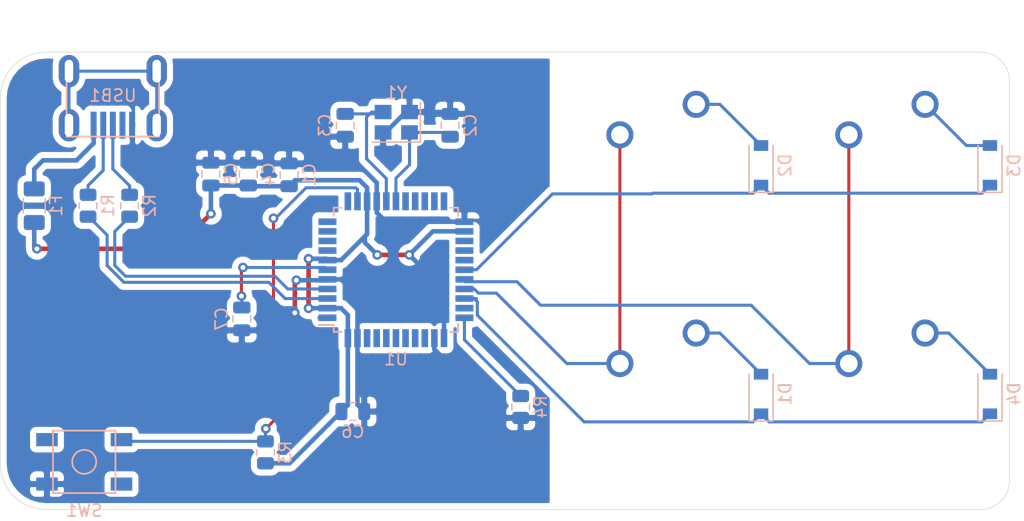
<source format=kicad_pcb>
(kicad_pcb (version 20171130) (host pcbnew "(5.1.8)-1")

  (general
    (thickness 1.6)
    (drawings 8)
    (tracks 233)
    (zones 0)
    (modules 24)
    (nets 45)
  )

  (page A4)
  (layers
    (0 F.Cu signal)
    (31 B.Cu signal)
    (32 B.Adhes user)
    (33 F.Adhes user)
    (34 B.Paste user)
    (35 F.Paste user)
    (36 B.SilkS user)
    (37 F.SilkS user)
    (38 B.Mask user)
    (39 F.Mask user)
    (40 Dwgs.User user)
    (41 Cmts.User user)
    (42 Eco1.User user)
    (43 Eco2.User user)
    (44 Edge.Cuts user)
    (45 Margin user)
    (46 B.CrtYd user)
    (47 F.CrtYd user)
    (48 B.Fab user)
    (49 F.Fab user)
  )

  (setup
    (last_trace_width 0.254)
    (trace_clearance 0.2)
    (zone_clearance 0.508)
    (zone_45_only no)
    (trace_min 0.2)
    (via_size 0.8)
    (via_drill 0.4)
    (via_min_size 0.4)
    (via_min_drill 0.3)
    (uvia_size 0.3)
    (uvia_drill 0.1)
    (uvias_allowed no)
    (uvia_min_size 0.2)
    (uvia_min_drill 0.1)
    (edge_width 0.05)
    (segment_width 0.2)
    (pcb_text_width 0.3)
    (pcb_text_size 1.5 1.5)
    (mod_edge_width 0.12)
    (mod_text_size 1 1)
    (mod_text_width 0.15)
    (pad_size 1.524 1.524)
    (pad_drill 0.762)
    (pad_to_mask_clearance 0)
    (aux_axis_origin 0 0)
    (visible_elements 7FFFFFFF)
    (pcbplotparams
      (layerselection 0x010fc_ffffffff)
      (usegerberextensions false)
      (usegerberattributes true)
      (usegerberadvancedattributes true)
      (creategerberjobfile true)
      (excludeedgelayer true)
      (linewidth 0.100000)
      (plotframeref false)
      (viasonmask false)
      (mode 1)
      (useauxorigin false)
      (hpglpennumber 1)
      (hpglpenspeed 20)
      (hpglpendiameter 15.000000)
      (psnegative false)
      (psa4output false)
      (plotreference true)
      (plotvalue true)
      (plotinvisibletext false)
      (padsonsilk false)
      (subtractmaskfromsilk false)
      (outputformat 1)
      (mirror false)
      (drillshape 1)
      (scaleselection 1)
      (outputdirectory ""))
  )

  (net 0 "")
  (net 1 GND)
  (net 2 +5V)
  (net 3 "Net-(C2-Pad1)")
  (net 4 "Net-(C3-Pad1)")
  (net 5 "Net-(C7-Pad1)")
  (net 6 "Net-(D1-Pad2)")
  (net 7 ROW1)
  (net 8 "Net-(D2-Pad2)")
  (net 9 ROW0)
  (net 10 "Net-(D3-Pad2)")
  (net 11 "Net-(D4-Pad2)")
  (net 12 VCC)
  (net 13 COL0)
  (net 14 COL1)
  (net 15 D-)
  (net 16 "Net-(R1-Pad1)")
  (net 17 D+)
  (net 18 "Net-(R2-Pad1)")
  (net 19 "Net-(R3-Pad2)")
  (net 20 "Net-(R4-Pad2)")
  (net 21 "Net-(U1-Pad42)")
  (net 22 "Net-(U1-Pad41)")
  (net 23 "Net-(U1-Pad40)")
  (net 24 "Net-(U1-Pad39)")
  (net 25 "Net-(U1-Pad38)")
  (net 26 "Net-(U1-Pad37)")
  (net 27 "Net-(U1-Pad36)")
  (net 28 "Net-(U1-Pad32)")
  (net 29 "Net-(U1-Pad27)")
  (net 30 "Net-(U1-Pad26)")
  (net 31 "Net-(U1-Pad25)")
  (net 32 "Net-(U1-Pad19)")
  (net 33 "Net-(U1-Pad12)")
  (net 34 "Net-(U1-Pad11)")
  (net 35 "Net-(U1-Pad10)")
  (net 36 "Net-(U1-Pad9)")
  (net 37 "Net-(U1-Pad8)")
  (net 38 "Net-(U1-Pad1)")
  (net 39 "Net-(USB1-Pad6)")
  (net 40 "Net-(USB1-Pad2)")
  (net 41 "Net-(U1-Pad22)")
  (net 42 "Net-(U1-Pad21)")
  (net 43 "Net-(U1-Pad20)")
  (net 44 "Net-(U1-Pad18)")

  (net_class Default "This is the default net class."
    (clearance 0.2)
    (trace_width 0.254)
    (via_dia 0.8)
    (via_drill 0.4)
    (uvia_dia 0.3)
    (uvia_drill 0.1)
    (add_net COL0)
    (add_net COL1)
    (add_net D+)
    (add_net D-)
    (add_net "Net-(C2-Pad1)")
    (add_net "Net-(C3-Pad1)")
    (add_net "Net-(C7-Pad1)")
    (add_net "Net-(D1-Pad2)")
    (add_net "Net-(D2-Pad2)")
    (add_net "Net-(D3-Pad2)")
    (add_net "Net-(D4-Pad2)")
    (add_net "Net-(R1-Pad1)")
    (add_net "Net-(R2-Pad1)")
    (add_net "Net-(R3-Pad2)")
    (add_net "Net-(R4-Pad2)")
    (add_net "Net-(U1-Pad1)")
    (add_net "Net-(U1-Pad10)")
    (add_net "Net-(U1-Pad11)")
    (add_net "Net-(U1-Pad12)")
    (add_net "Net-(U1-Pad18)")
    (add_net "Net-(U1-Pad19)")
    (add_net "Net-(U1-Pad20)")
    (add_net "Net-(U1-Pad21)")
    (add_net "Net-(U1-Pad22)")
    (add_net "Net-(U1-Pad25)")
    (add_net "Net-(U1-Pad26)")
    (add_net "Net-(U1-Pad27)")
    (add_net "Net-(U1-Pad32)")
    (add_net "Net-(U1-Pad36)")
    (add_net "Net-(U1-Pad37)")
    (add_net "Net-(U1-Pad38)")
    (add_net "Net-(U1-Pad39)")
    (add_net "Net-(U1-Pad40)")
    (add_net "Net-(U1-Pad41)")
    (add_net "Net-(U1-Pad42)")
    (add_net "Net-(U1-Pad8)")
    (add_net "Net-(U1-Pad9)")
    (add_net "Net-(USB1-Pad2)")
    (add_net "Net-(USB1-Pad6)")
    (add_net ROW0)
    (add_net ROW1)
  )

  (net_class Power ""
    (clearance 0.2)
    (trace_width 0.381)
    (via_dia 0.8)
    (via_drill 0.4)
    (uvia_dia 0.3)
    (uvia_drill 0.1)
    (add_net +5V)
    (add_net GND)
    (add_net VCC)
  )

  (module random-keyboard-parts:Molex-0548190589 (layer B.Cu) (tedit 5C494815) (tstamp 5FBC69F9)
    (at 24.60625 26.9875 270)
    (path /5FB5FD95)
    (attr smd)
    (fp_text reference USB1 (at 2.032 0 180) (layer B.SilkS)
      (effects (font (size 1 1) (thickness 0.15)) (justify mirror))
    )
    (fp_text value Molex-0548190589 (at -5.08 0 180) (layer Dwgs.User)
      (effects (font (size 1 1) (thickness 0.15)))
    )
    (fp_line (start 3.25 1.25) (end 5.5 1.25) (layer B.CrtYd) (width 0.15))
    (fp_line (start 5.5 0.5) (end 3.25 0.5) (layer B.CrtYd) (width 0.15))
    (fp_line (start 3.25 -0.5) (end 5.5 -0.5) (layer B.CrtYd) (width 0.15))
    (fp_line (start 5.5 -1.25) (end 3.25 -1.25) (layer B.CrtYd) (width 0.15))
    (fp_line (start 3.25 -2) (end 5.5 -2) (layer B.CrtYd) (width 0.15))
    (fp_line (start 3.25 2) (end 3.25 -2) (layer B.CrtYd) (width 0.15))
    (fp_line (start 5.5 2) (end 3.25 2) (layer B.CrtYd) (width 0.15))
    (fp_line (start -3.75 -3.75) (end -3.75 3.75) (layer B.CrtYd) (width 0.15))
    (fp_line (start 5.5 -3.75) (end -3.75 -3.75) (layer B.CrtYd) (width 0.15))
    (fp_line (start 5.5 3.75) (end 5.5 -3.75) (layer B.CrtYd) (width 0.15))
    (fp_line (start -3.75 3.75) (end 5.5 3.75) (layer B.CrtYd) (width 0.15))
    (fp_line (start 0 3.85) (end 5.45 3.85) (layer B.SilkS) (width 0.15))
    (fp_line (start 0 -3.85) (end 5.45 -3.85) (layer B.SilkS) (width 0.15))
    (fp_line (start 5.45 3.85) (end 5.45 -3.85) (layer B.SilkS) (width 0.15))
    (fp_line (start -3.75 3.85) (end 0 3.85) (layer Dwgs.User) (width 0.15))
    (fp_line (start -3.75 -3.85) (end 0 -3.85) (layer Dwgs.User) (width 0.15))
    (fp_line (start -1.75 4.572) (end -1.75 -4.572) (layer Dwgs.User) (width 0.15))
    (fp_line (start -3.75 3.85) (end -3.75 -3.85) (layer Dwgs.User) (width 0.15))
    (fp_text user %R (at 2 0 180) (layer B.CrtYd)
      (effects (font (size 1 1) (thickness 0.15)) (justify mirror))
    )
    (pad 6 thru_hole oval (at 0 3.65 270) (size 2.7 1.7) (drill oval 1.9 0.7) (layers *.Cu *.Mask)
      (net 39 "Net-(USB1-Pad6)"))
    (pad 6 thru_hole oval (at 0 -3.65 270) (size 2.7 1.7) (drill oval 1.9 0.7) (layers *.Cu *.Mask)
      (net 39 "Net-(USB1-Pad6)"))
    (pad 6 thru_hole oval (at 4.5 -3.65 270) (size 2.7 1.7) (drill oval 1.9 0.7) (layers *.Cu *.Mask)
      (net 39 "Net-(USB1-Pad6)"))
    (pad 6 thru_hole oval (at 4.5 3.65 270) (size 2.7 1.7) (drill oval 1.9 0.7) (layers *.Cu *.Mask)
      (net 39 "Net-(USB1-Pad6)"))
    (pad 5 smd rect (at 4.5 1.6 270) (size 2.25 0.5) (layers B.Cu B.Paste B.Mask)
      (net 12 VCC))
    (pad 4 smd rect (at 4.5 0.8 270) (size 2.25 0.5) (layers B.Cu B.Paste B.Mask)
      (net 15 D-))
    (pad 3 smd rect (at 4.5 0 270) (size 2.25 0.5) (layers B.Cu B.Paste B.Mask)
      (net 17 D+))
    (pad 2 smd rect (at 4.5 -0.8 270) (size 2.25 0.5) (layers B.Cu B.Paste B.Mask)
      (net 40 "Net-(USB1-Pad2)"))
    (pad 1 smd rect (at 4.5 -1.6 270) (size 2.25 0.5) (layers B.Cu B.Paste B.Mask)
      (net 1 GND))
  )

  (module Crystal:Crystal_SMD_3225-4Pin_3.2x2.5mm (layer B.Cu) (tedit 5A0FD1B2) (tstamp 5FBC6A7A)
    (at 48.1965 31.242 180)
    (descr "SMD Crystal SERIES SMD3225/4 http://www.txccrystal.com/images/pdf/7m-accuracy.pdf, 3.2x2.5mm^2 package")
    (tags "SMD SMT crystal")
    (path /5FB4AE94)
    (attr smd)
    (fp_text reference Y1 (at 0 2.45) (layer B.SilkS)
      (effects (font (size 1 1) (thickness 0.15)) (justify mirror))
    )
    (fp_text value 16MHz (at 0 -2.45) (layer B.Fab)
      (effects (font (size 1 1) (thickness 0.15)) (justify mirror))
    )
    (fp_line (start -1.6 1.25) (end -1.6 -1.25) (layer B.Fab) (width 0.1))
    (fp_line (start -1.6 -1.25) (end 1.6 -1.25) (layer B.Fab) (width 0.1))
    (fp_line (start 1.6 -1.25) (end 1.6 1.25) (layer B.Fab) (width 0.1))
    (fp_line (start 1.6 1.25) (end -1.6 1.25) (layer B.Fab) (width 0.1))
    (fp_line (start -1.6 -0.25) (end -0.6 -1.25) (layer B.Fab) (width 0.1))
    (fp_line (start -2 1.65) (end -2 -1.65) (layer B.SilkS) (width 0.12))
    (fp_line (start -2 -1.65) (end 2 -1.65) (layer B.SilkS) (width 0.12))
    (fp_line (start -2.1 1.7) (end -2.1 -1.7) (layer B.CrtYd) (width 0.05))
    (fp_line (start -2.1 -1.7) (end 2.1 -1.7) (layer B.CrtYd) (width 0.05))
    (fp_line (start 2.1 -1.7) (end 2.1 1.7) (layer B.CrtYd) (width 0.05))
    (fp_line (start 2.1 1.7) (end -2.1 1.7) (layer B.CrtYd) (width 0.05))
    (fp_text user %R (at 0 0) (layer B.Fab)
      (effects (font (size 0.7 0.7) (thickness 0.105)) (justify mirror))
    )
    (pad 4 smd rect (at -1.1 0.85 180) (size 1.4 1.2) (layers B.Cu B.Paste B.Mask)
      (net 1 GND))
    (pad 3 smd rect (at 1.1 0.85 180) (size 1.4 1.2) (layers B.Cu B.Paste B.Mask)
      (net 4 "Net-(C3-Pad1)"))
    (pad 2 smd rect (at 1.1 -0.85 180) (size 1.4 1.2) (layers B.Cu B.Paste B.Mask)
      (net 1 GND))
    (pad 1 smd rect (at -1.1 -0.85 180) (size 1.4 1.2) (layers B.Cu B.Paste B.Mask)
      (net 3 "Net-(C2-Pad1)"))
    (model ${KISYS3DMOD}/Crystal.3dshapes/Crystal_SMD_3225-4Pin_3.2x2.5mm.wrl
      (at (xyz 0 0 0))
      (scale (xyz 1 1 1))
      (rotate (xyz 0 0 0))
    )
  )

  (module Package_QFP:TQFP-44_10x10mm_P0.8mm (layer B.Cu) (tedit 5A02F146) (tstamp 5FBC6B42)
    (at 48.16475 43.52925)
    (descr "44-Lead Plastic Thin Quad Flatpack (PT) - 10x10x1.0 mm Body [TQFP] (see Microchip Packaging Specification 00000049BS.pdf)")
    (tags "QFP 0.8")
    (path /5FB23326)
    (attr smd)
    (fp_text reference U1 (at 0 7.45) (layer B.SilkS)
      (effects (font (size 1 1) (thickness 0.15)) (justify mirror))
    )
    (fp_text value ATmega32U4-AU (at 0 -7.45) (layer B.Fab)
      (effects (font (size 1 1) (thickness 0.15)) (justify mirror))
    )
    (fp_line (start -4 5) (end 5 5) (layer B.Fab) (width 0.15))
    (fp_line (start 5 5) (end 5 -5) (layer B.Fab) (width 0.15))
    (fp_line (start 5 -5) (end -5 -5) (layer B.Fab) (width 0.15))
    (fp_line (start -5 -5) (end -5 4) (layer B.Fab) (width 0.15))
    (fp_line (start -5 4) (end -4 5) (layer B.Fab) (width 0.15))
    (fp_line (start -6.7 6.7) (end -6.7 -6.7) (layer B.CrtYd) (width 0.05))
    (fp_line (start 6.7 6.7) (end 6.7 -6.7) (layer B.CrtYd) (width 0.05))
    (fp_line (start -6.7 6.7) (end 6.7 6.7) (layer B.CrtYd) (width 0.05))
    (fp_line (start -6.7 -6.7) (end 6.7 -6.7) (layer B.CrtYd) (width 0.05))
    (fp_line (start -5.175 5.175) (end -5.175 4.6) (layer B.SilkS) (width 0.15))
    (fp_line (start 5.175 5.175) (end 5.175 4.5) (layer B.SilkS) (width 0.15))
    (fp_line (start 5.175 -5.175) (end 5.175 -4.5) (layer B.SilkS) (width 0.15))
    (fp_line (start -5.175 -5.175) (end -5.175 -4.5) (layer B.SilkS) (width 0.15))
    (fp_line (start -5.175 5.175) (end -4.5 5.175) (layer B.SilkS) (width 0.15))
    (fp_line (start -5.175 -5.175) (end -4.5 -5.175) (layer B.SilkS) (width 0.15))
    (fp_line (start 5.175 -5.175) (end 4.5 -5.175) (layer B.SilkS) (width 0.15))
    (fp_line (start 5.175 5.175) (end 4.5 5.175) (layer B.SilkS) (width 0.15))
    (fp_line (start -5.175 4.6) (end -6.45 4.6) (layer B.SilkS) (width 0.15))
    (fp_text user %R (at -0.381 -0.28575) (layer B.Fab)
      (effects (font (size 1 1) (thickness 0.15)) (justify mirror))
    )
    (pad 44 smd rect (at -4 5.7 270) (size 1.5 0.55) (layers B.Cu B.Paste B.Mask)
      (net 2 +5V))
    (pad 43 smd rect (at -3.2 5.7 270) (size 1.5 0.55) (layers B.Cu B.Paste B.Mask)
      (net 1 GND))
    (pad 42 smd rect (at -2.4 5.7 270) (size 1.5 0.55) (layers B.Cu B.Paste B.Mask)
      (net 21 "Net-(U1-Pad42)"))
    (pad 41 smd rect (at -1.6 5.7 270) (size 1.5 0.55) (layers B.Cu B.Paste B.Mask)
      (net 22 "Net-(U1-Pad41)"))
    (pad 40 smd rect (at -0.8 5.7 270) (size 1.5 0.55) (layers B.Cu B.Paste B.Mask)
      (net 23 "Net-(U1-Pad40)"))
    (pad 39 smd rect (at 0 5.7 270) (size 1.5 0.55) (layers B.Cu B.Paste B.Mask)
      (net 24 "Net-(U1-Pad39)"))
    (pad 38 smd rect (at 0.8 5.7 270) (size 1.5 0.55) (layers B.Cu B.Paste B.Mask)
      (net 25 "Net-(U1-Pad38)"))
    (pad 37 smd rect (at 1.6 5.7 270) (size 1.5 0.55) (layers B.Cu B.Paste B.Mask)
      (net 26 "Net-(U1-Pad37)"))
    (pad 36 smd rect (at 2.4 5.7 270) (size 1.5 0.55) (layers B.Cu B.Paste B.Mask)
      (net 27 "Net-(U1-Pad36)"))
    (pad 35 smd rect (at 3.2 5.7 270) (size 1.5 0.55) (layers B.Cu B.Paste B.Mask)
      (net 1 GND))
    (pad 34 smd rect (at 4 5.7 270) (size 1.5 0.55) (layers B.Cu B.Paste B.Mask)
      (net 2 +5V))
    (pad 33 smd rect (at 5.7 4) (size 1.5 0.55) (layers B.Cu B.Paste B.Mask)
      (net 20 "Net-(R4-Pad2)"))
    (pad 32 smd rect (at 5.7 3.2) (size 1.5 0.55) (layers B.Cu B.Paste B.Mask)
      (net 28 "Net-(U1-Pad32)"))
    (pad 31 smd rect (at 5.7 2.4) (size 1.5 0.55) (layers B.Cu B.Paste B.Mask)
      (net 7 ROW1))
    (pad 30 smd rect (at 5.7 1.6) (size 1.5 0.55) (layers B.Cu B.Paste B.Mask)
      (net 13 COL0))
    (pad 29 smd rect (at 5.7 0.8) (size 1.5 0.55) (layers B.Cu B.Paste B.Mask)
      (net 14 COL1))
    (pad 28 smd rect (at 5.7 0) (size 1.5 0.55) (layers B.Cu B.Paste B.Mask)
      (net 9 ROW0))
    (pad 27 smd rect (at 5.7 -0.8) (size 1.5 0.55) (layers B.Cu B.Paste B.Mask)
      (net 29 "Net-(U1-Pad27)"))
    (pad 26 smd rect (at 5.7 -1.6) (size 1.5 0.55) (layers B.Cu B.Paste B.Mask)
      (net 30 "Net-(U1-Pad26)"))
    (pad 25 smd rect (at 5.7 -2.4) (size 1.5 0.55) (layers B.Cu B.Paste B.Mask)
      (net 31 "Net-(U1-Pad25)"))
    (pad 24 smd rect (at 5.7 -3.2) (size 1.5 0.55) (layers B.Cu B.Paste B.Mask)
      (net 2 +5V))
    (pad 23 smd rect (at 5.7 -4) (size 1.5 0.55) (layers B.Cu B.Paste B.Mask)
      (net 1 GND))
    (pad 22 smd rect (at 4 -5.7 270) (size 1.5 0.55) (layers B.Cu B.Paste B.Mask)
      (net 41 "Net-(U1-Pad22)"))
    (pad 21 smd rect (at 3.2 -5.7 270) (size 1.5 0.55) (layers B.Cu B.Paste B.Mask)
      (net 42 "Net-(U1-Pad21)"))
    (pad 20 smd rect (at 2.4 -5.7 270) (size 1.5 0.55) (layers B.Cu B.Paste B.Mask)
      (net 43 "Net-(U1-Pad20)"))
    (pad 19 smd rect (at 1.6 -5.7 270) (size 1.5 0.55) (layers B.Cu B.Paste B.Mask)
      (net 32 "Net-(U1-Pad19)"))
    (pad 18 smd rect (at 0.8 -5.7 270) (size 1.5 0.55) (layers B.Cu B.Paste B.Mask)
      (net 44 "Net-(U1-Pad18)"))
    (pad 17 smd rect (at 0 -5.7 270) (size 1.5 0.55) (layers B.Cu B.Paste B.Mask)
      (net 3 "Net-(C2-Pad1)"))
    (pad 16 smd rect (at -0.8 -5.7 270) (size 1.5 0.55) (layers B.Cu B.Paste B.Mask)
      (net 4 "Net-(C3-Pad1)"))
    (pad 15 smd rect (at -1.6 -5.7 270) (size 1.5 0.55) (layers B.Cu B.Paste B.Mask)
      (net 1 GND))
    (pad 14 smd rect (at -2.4 -5.7 270) (size 1.5 0.55) (layers B.Cu B.Paste B.Mask)
      (net 2 +5V))
    (pad 13 smd rect (at -3.2 -5.7 270) (size 1.5 0.55) (layers B.Cu B.Paste B.Mask)
      (net 19 "Net-(R3-Pad2)"))
    (pad 12 smd rect (at -4 -5.7 270) (size 1.5 0.55) (layers B.Cu B.Paste B.Mask)
      (net 33 "Net-(U1-Pad12)"))
    (pad 11 smd rect (at -5.7 -4) (size 1.5 0.55) (layers B.Cu B.Paste B.Mask)
      (net 34 "Net-(U1-Pad11)"))
    (pad 10 smd rect (at -5.7 -3.2) (size 1.5 0.55) (layers B.Cu B.Paste B.Mask)
      (net 35 "Net-(U1-Pad10)"))
    (pad 9 smd rect (at -5.7 -2.4) (size 1.5 0.55) (layers B.Cu B.Paste B.Mask)
      (net 36 "Net-(U1-Pad9)"))
    (pad 8 smd rect (at -5.7 -1.6) (size 1.5 0.55) (layers B.Cu B.Paste B.Mask)
      (net 37 "Net-(U1-Pad8)"))
    (pad 7 smd rect (at -5.7 -0.8) (size 1.5 0.55) (layers B.Cu B.Paste B.Mask)
      (net 2 +5V))
    (pad 6 smd rect (at -5.7 0) (size 1.5 0.55) (layers B.Cu B.Paste B.Mask)
      (net 5 "Net-(C7-Pad1)"))
    (pad 5 smd rect (at -5.7 0.8) (size 1.5 0.55) (layers B.Cu B.Paste B.Mask)
      (net 1 GND))
    (pad 4 smd rect (at -5.7 1.6) (size 1.5 0.55) (layers B.Cu B.Paste B.Mask)
      (net 18 "Net-(R2-Pad1)"))
    (pad 3 smd rect (at -5.7 2.4) (size 1.5 0.55) (layers B.Cu B.Paste B.Mask)
      (net 16 "Net-(R1-Pad1)"))
    (pad 2 smd rect (at -5.7 3.2) (size 1.5 0.55) (layers B.Cu B.Paste B.Mask)
      (net 2 +5V))
    (pad 1 smd rect (at -5.7 4) (size 1.5 0.55) (layers B.Cu B.Paste B.Mask)
      (net 38 "Net-(U1-Pad1)"))
    (model ${KISYS3DMOD}/Package_QFP.3dshapes/TQFP-44_10x10mm_P0.8mm.wrl
      (at (xyz 0 0 0))
      (scale (xyz 1 1 1))
      (rotate (xyz 0 0 0))
    )
  )

  (module random-keyboard-parts:SKQG-1155865 (layer B.Cu) (tedit 5E62B398) (tstamp 5FBC69A0)
    (at 22.225 59.53125 180)
    (path /5FB5518D)
    (attr smd)
    (fp_text reference SW1 (at 0 -4.064) (layer B.SilkS)
      (effects (font (size 1 1) (thickness 0.15)) (justify mirror))
    )
    (fp_text value SW_Push (at 0 4.064) (layer B.Fab)
      (effects (font (size 1 1) (thickness 0.15)) (justify mirror))
    )
    (fp_line (start -2.6 -1.1) (end -1.1 -2.6) (layer B.Fab) (width 0.15))
    (fp_line (start 2.6 -1.1) (end 1.1 -2.6) (layer B.Fab) (width 0.15))
    (fp_line (start 2.6 1.1) (end 1.1 2.6) (layer B.Fab) (width 0.15))
    (fp_line (start -2.6 1.1) (end -1.1 2.6) (layer B.Fab) (width 0.15))
    (fp_circle (center 0 0) (end 1 0) (layer B.Fab) (width 0.15))
    (fp_line (start -4.2 1.1) (end -4.2 2.6) (layer B.Fab) (width 0.15))
    (fp_line (start -2.6 1.1) (end -4.2 1.1) (layer B.Fab) (width 0.15))
    (fp_line (start -2.6 -1.1) (end -2.6 1.1) (layer B.Fab) (width 0.15))
    (fp_line (start -4.2 -1.1) (end -2.6 -1.1) (layer B.Fab) (width 0.15))
    (fp_line (start -4.2 -2.6) (end -4.2 -1.1) (layer B.Fab) (width 0.15))
    (fp_line (start 4.2 -2.6) (end -4.2 -2.6) (layer B.Fab) (width 0.15))
    (fp_line (start 4.2 -1.1) (end 4.2 -2.6) (layer B.Fab) (width 0.15))
    (fp_line (start 2.6 -1.1) (end 4.2 -1.1) (layer B.Fab) (width 0.15))
    (fp_line (start 2.6 1.1) (end 2.6 -1.1) (layer B.Fab) (width 0.15))
    (fp_line (start 4.2 1.1) (end 2.6 1.1) (layer B.Fab) (width 0.15))
    (fp_line (start 4.2 2.6) (end 4.2 1.2) (layer B.Fab) (width 0.15))
    (fp_line (start -4.2 2.6) (end 4.2 2.6) (layer B.Fab) (width 0.15))
    (fp_circle (center 0 0) (end 1 0) (layer B.SilkS) (width 0.15))
    (fp_line (start -2.6 -2.6) (end -2.6 2.6) (layer B.SilkS) (width 0.15))
    (fp_line (start 2.6 -2.6) (end -2.6 -2.6) (layer B.SilkS) (width 0.15))
    (fp_line (start 2.6 2.6) (end 2.6 -2.6) (layer B.SilkS) (width 0.15))
    (fp_line (start -2.6 2.6) (end 2.6 2.6) (layer B.SilkS) (width 0.15))
    (pad 4 smd rect (at -3.1 -1.85 180) (size 1.8 1.1) (layers B.Cu B.Paste B.Mask))
    (pad 3 smd rect (at 3.1 1.85 180) (size 1.8 1.1) (layers B.Cu B.Paste B.Mask))
    (pad 2 smd rect (at -3.1 1.85 180) (size 1.8 1.1) (layers B.Cu B.Paste B.Mask)
      (net 19 "Net-(R3-Pad2)"))
    (pad 1 smd rect (at 3.1 -1.85 180) (size 1.8 1.1) (layers B.Cu B.Paste B.Mask)
      (net 1 GND))
    (model ${KISYS3DMOD}/Button_Switch_SMD.3dshapes/SW_SPST_TL3342.step
      (at (xyz 0 0 0))
      (scale (xyz 1 1 1))
      (rotate (xyz 0 0 0))
    )
  )

  (module Resistor_SMD:R_0805_2012Metric (layer B.Cu) (tedit 5F68FEEE) (tstamp 5FBC6AE0)
    (at 58.547 54.95925 90)
    (descr "Resistor SMD 0805 (2012 Metric), square (rectangular) end terminal, IPC_7351 nominal, (Body size source: IPC-SM-782 page 72, https://www.pcb-3d.com/wordpress/wp-content/uploads/ipc-sm-782a_amendment_1_and_2.pdf), generated with kicad-footprint-generator")
    (tags resistor)
    (path /5FB3282A)
    (attr smd)
    (fp_text reference R4 (at 0 1.65 90) (layer B.SilkS)
      (effects (font (size 1 1) (thickness 0.15)) (justify mirror))
    )
    (fp_text value 10kOhms (at 0 -1.65 90) (layer B.Fab)
      (effects (font (size 1 1) (thickness 0.15)) (justify mirror))
    )
    (fp_line (start -1 -0.625) (end -1 0.625) (layer B.Fab) (width 0.1))
    (fp_line (start -1 0.625) (end 1 0.625) (layer B.Fab) (width 0.1))
    (fp_line (start 1 0.625) (end 1 -0.625) (layer B.Fab) (width 0.1))
    (fp_line (start 1 -0.625) (end -1 -0.625) (layer B.Fab) (width 0.1))
    (fp_line (start -0.227064 0.735) (end 0.227064 0.735) (layer B.SilkS) (width 0.12))
    (fp_line (start -0.227064 -0.735) (end 0.227064 -0.735) (layer B.SilkS) (width 0.12))
    (fp_line (start -1.68 -0.95) (end -1.68 0.95) (layer B.CrtYd) (width 0.05))
    (fp_line (start -1.68 0.95) (end 1.68 0.95) (layer B.CrtYd) (width 0.05))
    (fp_line (start 1.68 0.95) (end 1.68 -0.95) (layer B.CrtYd) (width 0.05))
    (fp_line (start 1.68 -0.95) (end -1.68 -0.95) (layer B.CrtYd) (width 0.05))
    (fp_text user %R (at 0 0 90) (layer B.Fab)
      (effects (font (size 0.5 0.5) (thickness 0.08)) (justify mirror))
    )
    (pad 2 smd roundrect (at 0.9125 0 90) (size 1.025 1.4) (layers B.Cu B.Paste B.Mask) (roundrect_rratio 0.243902)
      (net 20 "Net-(R4-Pad2)"))
    (pad 1 smd roundrect (at -0.9125 0 90) (size 1.025 1.4) (layers B.Cu B.Paste B.Mask) (roundrect_rratio 0.243902)
      (net 1 GND))
    (model ${KISYS3DMOD}/Resistor_SMD.3dshapes/R_0805_2012Metric.wrl
      (at (xyz 0 0 0))
      (scale (xyz 1 1 1))
      (rotate (xyz 0 0 0))
    )
  )

  (module Resistor_SMD:R_0805_2012Metric (layer B.Cu) (tedit 5F68FEEE) (tstamp 5FBC6AB0)
    (at 37.30625 58.7375 90)
    (descr "Resistor SMD 0805 (2012 Metric), square (rectangular) end terminal, IPC_7351 nominal, (Body size source: IPC-SM-782 page 72, https://www.pcb-3d.com/wordpress/wp-content/uploads/ipc-sm-782a_amendment_1_and_2.pdf), generated with kicad-footprint-generator")
    (tags resistor)
    (path /5FB59219)
    (attr smd)
    (fp_text reference R3 (at 0 1.65 90) (layer B.SilkS)
      (effects (font (size 1 1) (thickness 0.15)) (justify mirror))
    )
    (fp_text value 10kOhms (at 0 -1.65 90) (layer B.Fab)
      (effects (font (size 1 1) (thickness 0.15)) (justify mirror))
    )
    (fp_line (start -1 -0.625) (end -1 0.625) (layer B.Fab) (width 0.1))
    (fp_line (start -1 0.625) (end 1 0.625) (layer B.Fab) (width 0.1))
    (fp_line (start 1 0.625) (end 1 -0.625) (layer B.Fab) (width 0.1))
    (fp_line (start 1 -0.625) (end -1 -0.625) (layer B.Fab) (width 0.1))
    (fp_line (start -0.227064 0.735) (end 0.227064 0.735) (layer B.SilkS) (width 0.12))
    (fp_line (start -0.227064 -0.735) (end 0.227064 -0.735) (layer B.SilkS) (width 0.12))
    (fp_line (start -1.68 -0.95) (end -1.68 0.95) (layer B.CrtYd) (width 0.05))
    (fp_line (start -1.68 0.95) (end 1.68 0.95) (layer B.CrtYd) (width 0.05))
    (fp_line (start 1.68 0.95) (end 1.68 -0.95) (layer B.CrtYd) (width 0.05))
    (fp_line (start 1.68 -0.95) (end -1.68 -0.95) (layer B.CrtYd) (width 0.05))
    (fp_text user %R (at 0 0 90) (layer B.Fab)
      (effects (font (size 0.5 0.5) (thickness 0.08)) (justify mirror))
    )
    (pad 2 smd roundrect (at 0.9125 0 90) (size 1.025 1.4) (layers B.Cu B.Paste B.Mask) (roundrect_rratio 0.243902)
      (net 19 "Net-(R3-Pad2)"))
    (pad 1 smd roundrect (at -0.9125 0 90) (size 1.025 1.4) (layers B.Cu B.Paste B.Mask) (roundrect_rratio 0.243902)
      (net 2 +5V))
    (model ${KISYS3DMOD}/Resistor_SMD.3dshapes/R_0805_2012Metric.wrl
      (at (xyz 0 0 0))
      (scale (xyz 1 1 1))
      (rotate (xyz 0 0 0))
    )
  )

  (module Resistor_SMD:R_0805_2012Metric (layer B.Cu) (tedit 5F68FEEE) (tstamp 5FBC6ECE)
    (at 26.00325 38.19525 90)
    (descr "Resistor SMD 0805 (2012 Metric), square (rectangular) end terminal, IPC_7351 nominal, (Body size source: IPC-SM-782 page 72, https://www.pcb-3d.com/wordpress/wp-content/uploads/ipc-sm-782a_amendment_1_and_2.pdf), generated with kicad-footprint-generator")
    (tags resistor)
    (path /5FB355ED)
    (attr smd)
    (fp_text reference R2 (at 0 1.65 90) (layer B.SilkS)
      (effects (font (size 1 1) (thickness 0.15)) (justify mirror))
    )
    (fp_text value 22Ohms (at 0 -1.65 90) (layer B.Fab)
      (effects (font (size 1 1) (thickness 0.15)) (justify mirror))
    )
    (fp_line (start -1 -0.625) (end -1 0.625) (layer B.Fab) (width 0.1))
    (fp_line (start -1 0.625) (end 1 0.625) (layer B.Fab) (width 0.1))
    (fp_line (start 1 0.625) (end 1 -0.625) (layer B.Fab) (width 0.1))
    (fp_line (start 1 -0.625) (end -1 -0.625) (layer B.Fab) (width 0.1))
    (fp_line (start -0.227064 0.735) (end 0.227064 0.735) (layer B.SilkS) (width 0.12))
    (fp_line (start -0.227064 -0.735) (end 0.227064 -0.735) (layer B.SilkS) (width 0.12))
    (fp_line (start -1.68 -0.95) (end -1.68 0.95) (layer B.CrtYd) (width 0.05))
    (fp_line (start -1.68 0.95) (end 1.68 0.95) (layer B.CrtYd) (width 0.05))
    (fp_line (start 1.68 0.95) (end 1.68 -0.95) (layer B.CrtYd) (width 0.05))
    (fp_line (start 1.68 -0.95) (end -1.68 -0.95) (layer B.CrtYd) (width 0.05))
    (fp_text user %R (at 0 0 90) (layer B.Fab)
      (effects (font (size 0.5 0.5) (thickness 0.08)) (justify mirror))
    )
    (pad 2 smd roundrect (at 0.9125 0 90) (size 1.025 1.4) (layers B.Cu B.Paste B.Mask) (roundrect_rratio 0.243902)
      (net 17 D+))
    (pad 1 smd roundrect (at -0.9125 0 90) (size 1.025 1.4) (layers B.Cu B.Paste B.Mask) (roundrect_rratio 0.243902)
      (net 18 "Net-(R2-Pad1)"))
    (model ${KISYS3DMOD}/Resistor_SMD.3dshapes/R_0805_2012Metric.wrl
      (at (xyz 0 0 0))
      (scale (xyz 1 1 1))
      (rotate (xyz 0 0 0))
    )
  )

  (module Resistor_SMD:R_0805_2012Metric (layer B.Cu) (tedit 5F68FEEE) (tstamp 5FBC71EB)
    (at 22.5425 38.19525 90)
    (descr "Resistor SMD 0805 (2012 Metric), square (rectangular) end terminal, IPC_7351 nominal, (Body size source: IPC-SM-782 page 72, https://www.pcb-3d.com/wordpress/wp-content/uploads/ipc-sm-782a_amendment_1_and_2.pdf), generated with kicad-footprint-generator")
    (tags resistor)
    (path /5FB36BF3)
    (attr smd)
    (fp_text reference R1 (at 0 1.65 90) (layer B.SilkS)
      (effects (font (size 1 1) (thickness 0.15)) (justify mirror))
    )
    (fp_text value 22Ohms (at 0 -1.65 90) (layer B.Fab)
      (effects (font (size 1 1) (thickness 0.15)) (justify mirror))
    )
    (fp_line (start -1 -0.625) (end -1 0.625) (layer B.Fab) (width 0.1))
    (fp_line (start -1 0.625) (end 1 0.625) (layer B.Fab) (width 0.1))
    (fp_line (start 1 0.625) (end 1 -0.625) (layer B.Fab) (width 0.1))
    (fp_line (start 1 -0.625) (end -1 -0.625) (layer B.Fab) (width 0.1))
    (fp_line (start -0.227064 0.735) (end 0.227064 0.735) (layer B.SilkS) (width 0.12))
    (fp_line (start -0.227064 -0.735) (end 0.227064 -0.735) (layer B.SilkS) (width 0.12))
    (fp_line (start -1.68 -0.95) (end -1.68 0.95) (layer B.CrtYd) (width 0.05))
    (fp_line (start -1.68 0.95) (end 1.68 0.95) (layer B.CrtYd) (width 0.05))
    (fp_line (start 1.68 0.95) (end 1.68 -0.95) (layer B.CrtYd) (width 0.05))
    (fp_line (start 1.68 -0.95) (end -1.68 -0.95) (layer B.CrtYd) (width 0.05))
    (fp_text user %R (at 0 0 90) (layer B.Fab)
      (effects (font (size 0.5 0.5) (thickness 0.08)) (justify mirror))
    )
    (pad 2 smd roundrect (at 0.9125 0 90) (size 1.025 1.4) (layers B.Cu B.Paste B.Mask) (roundrect_rratio 0.243902)
      (net 15 D-))
    (pad 1 smd roundrect (at -0.9125 0 90) (size 1.025 1.4) (layers B.Cu B.Paste B.Mask) (roundrect_rratio 0.243902)
      (net 16 "Net-(R1-Pad1)"))
    (model ${KISYS3DMOD}/Resistor_SMD.3dshapes/R_0805_2012Metric.wrl
      (at (xyz 0 0 0))
      (scale (xyz 1 1 1))
      (rotate (xyz 0 0 0))
    )
  )

  (module MX_Only:MXOnly-1U-NoLED (layer F.Cu) (tedit 5BD3C6C7) (tstamp 5FB29B46)
    (at 89.662 53.87975)
    (path /5FB773BC)
    (fp_text reference MX4 (at 0 3.175) (layer Dwgs.User)
      (effects (font (size 1 1) (thickness 0.15)))
    )
    (fp_text value MX-NoLED (at 0 -7.9375) (layer Dwgs.User)
      (effects (font (size 1 1) (thickness 0.15)))
    )
    (fp_line (start -9.525 9.525) (end -9.525 -9.525) (layer Dwgs.User) (width 0.15))
    (fp_line (start 9.525 9.525) (end -9.525 9.525) (layer Dwgs.User) (width 0.15))
    (fp_line (start 9.525 -9.525) (end 9.525 9.525) (layer Dwgs.User) (width 0.15))
    (fp_line (start -9.525 -9.525) (end 9.525 -9.525) (layer Dwgs.User) (width 0.15))
    (fp_line (start -7 -7) (end -7 -5) (layer Dwgs.User) (width 0.15))
    (fp_line (start -5 -7) (end -7 -7) (layer Dwgs.User) (width 0.15))
    (fp_line (start -7 7) (end -5 7) (layer Dwgs.User) (width 0.15))
    (fp_line (start -7 5) (end -7 7) (layer Dwgs.User) (width 0.15))
    (fp_line (start 7 7) (end 7 5) (layer Dwgs.User) (width 0.15))
    (fp_line (start 5 7) (end 7 7) (layer Dwgs.User) (width 0.15))
    (fp_line (start 7 -7) (end 7 -5) (layer Dwgs.User) (width 0.15))
    (fp_line (start 5 -7) (end 7 -7) (layer Dwgs.User) (width 0.15))
    (pad 2 thru_hole circle (at 2.54 -5.08) (size 2.25 2.25) (drill 1.47) (layers *.Cu B.Mask)
      (net 11 "Net-(D4-Pad2)"))
    (pad "" np_thru_hole circle (at 0 0) (size 3.9878 3.9878) (drill 3.9878) (layers *.Cu *.Mask))
    (pad 1 thru_hole circle (at -3.81 -2.54) (size 2.25 2.25) (drill 1.47) (layers *.Cu B.Mask)
      (net 14 COL1))
    (pad "" np_thru_hole circle (at -5.08 0 48.0996) (size 1.75 1.75) (drill 1.75) (layers *.Cu *.Mask))
    (pad "" np_thru_hole circle (at 5.08 0 48.0996) (size 1.75 1.75) (drill 1.75) (layers *.Cu *.Mask))
  )

  (module MX_Only:MXOnly-1U-NoLED (layer F.Cu) (tedit 5BD3C6C7) (tstamp 5FB29B31)
    (at 89.662 34.82975)
    (path /5FB73C55)
    (fp_text reference MX3 (at 0 3.175) (layer Dwgs.User)
      (effects (font (size 1 1) (thickness 0.15)))
    )
    (fp_text value MX-NoLED (at 0 -7.9375) (layer Dwgs.User)
      (effects (font (size 1 1) (thickness 0.15)))
    )
    (fp_line (start -9.525 9.525) (end -9.525 -9.525) (layer Dwgs.User) (width 0.15))
    (fp_line (start 9.525 9.525) (end -9.525 9.525) (layer Dwgs.User) (width 0.15))
    (fp_line (start 9.525 -9.525) (end 9.525 9.525) (layer Dwgs.User) (width 0.15))
    (fp_line (start -9.525 -9.525) (end 9.525 -9.525) (layer Dwgs.User) (width 0.15))
    (fp_line (start -7 -7) (end -7 -5) (layer Dwgs.User) (width 0.15))
    (fp_line (start -5 -7) (end -7 -7) (layer Dwgs.User) (width 0.15))
    (fp_line (start -7 7) (end -5 7) (layer Dwgs.User) (width 0.15))
    (fp_line (start -7 5) (end -7 7) (layer Dwgs.User) (width 0.15))
    (fp_line (start 7 7) (end 7 5) (layer Dwgs.User) (width 0.15))
    (fp_line (start 5 7) (end 7 7) (layer Dwgs.User) (width 0.15))
    (fp_line (start 7 -7) (end 7 -5) (layer Dwgs.User) (width 0.15))
    (fp_line (start 5 -7) (end 7 -7) (layer Dwgs.User) (width 0.15))
    (pad 2 thru_hole circle (at 2.54 -5.08) (size 2.25 2.25) (drill 1.47) (layers *.Cu B.Mask)
      (net 10 "Net-(D3-Pad2)"))
    (pad "" np_thru_hole circle (at 0 0) (size 3.9878 3.9878) (drill 3.9878) (layers *.Cu *.Mask))
    (pad 1 thru_hole circle (at -3.81 -2.54) (size 2.25 2.25) (drill 1.47) (layers *.Cu B.Mask)
      (net 14 COL1))
    (pad "" np_thru_hole circle (at -5.08 0 48.0996) (size 1.75 1.75) (drill 1.75) (layers *.Cu *.Mask))
    (pad "" np_thru_hole circle (at 5.08 0 48.0996) (size 1.75 1.75) (drill 1.75) (layers *.Cu *.Mask))
  )

  (module MX_Only:MXOnly-1U-NoLED (layer F.Cu) (tedit 5BD3C6C7) (tstamp 5FB29B1C)
    (at 70.612 34.82975)
    (path /5FB69EB0)
    (fp_text reference MX2 (at 0 3.175) (layer Dwgs.User)
      (effects (font (size 1 1) (thickness 0.15)))
    )
    (fp_text value MX-NoLED (at 0 -7.9375) (layer Dwgs.User)
      (effects (font (size 1 1) (thickness 0.15)))
    )
    (fp_line (start -9.525 9.525) (end -9.525 -9.525) (layer Dwgs.User) (width 0.15))
    (fp_line (start 9.525 9.525) (end -9.525 9.525) (layer Dwgs.User) (width 0.15))
    (fp_line (start 9.525 -9.525) (end 9.525 9.525) (layer Dwgs.User) (width 0.15))
    (fp_line (start -9.525 -9.525) (end 9.525 -9.525) (layer Dwgs.User) (width 0.15))
    (fp_line (start -7 -7) (end -7 -5) (layer Dwgs.User) (width 0.15))
    (fp_line (start -5 -7) (end -7 -7) (layer Dwgs.User) (width 0.15))
    (fp_line (start -7 7) (end -5 7) (layer Dwgs.User) (width 0.15))
    (fp_line (start -7 5) (end -7 7) (layer Dwgs.User) (width 0.15))
    (fp_line (start 7 7) (end 7 5) (layer Dwgs.User) (width 0.15))
    (fp_line (start 5 7) (end 7 7) (layer Dwgs.User) (width 0.15))
    (fp_line (start 7 -7) (end 7 -5) (layer Dwgs.User) (width 0.15))
    (fp_line (start 5 -7) (end 7 -7) (layer Dwgs.User) (width 0.15))
    (pad 2 thru_hole circle (at 2.54 -5.08) (size 2.25 2.25) (drill 1.47) (layers *.Cu B.Mask)
      (net 8 "Net-(D2-Pad2)"))
    (pad "" np_thru_hole circle (at 0 0) (size 3.9878 3.9878) (drill 3.9878) (layers *.Cu *.Mask))
    (pad 1 thru_hole circle (at -3.81 -2.54) (size 2.25 2.25) (drill 1.47) (layers *.Cu B.Mask)
      (net 13 COL0))
    (pad "" np_thru_hole circle (at -5.08 0 48.0996) (size 1.75 1.75) (drill 1.75) (layers *.Cu *.Mask))
    (pad "" np_thru_hole circle (at 5.08 0 48.0996) (size 1.75 1.75) (drill 1.75) (layers *.Cu *.Mask))
  )

  (module MX_Only:MXOnly-1U-NoLED (layer F.Cu) (tedit 5BD3C6C7) (tstamp 5FB29B07)
    (at 70.612 53.87975)
    (path /5FB758F6)
    (fp_text reference MX1 (at 0 3.175) (layer Dwgs.User)
      (effects (font (size 1 1) (thickness 0.15)))
    )
    (fp_text value MX-NoLED (at 0 -7.9375) (layer Dwgs.User)
      (effects (font (size 1 1) (thickness 0.15)))
    )
    (fp_line (start -9.525 9.525) (end -9.525 -9.525) (layer Dwgs.User) (width 0.15))
    (fp_line (start 9.525 9.525) (end -9.525 9.525) (layer Dwgs.User) (width 0.15))
    (fp_line (start 9.525 -9.525) (end 9.525 9.525) (layer Dwgs.User) (width 0.15))
    (fp_line (start -9.525 -9.525) (end 9.525 -9.525) (layer Dwgs.User) (width 0.15))
    (fp_line (start -7 -7) (end -7 -5) (layer Dwgs.User) (width 0.15))
    (fp_line (start -5 -7) (end -7 -7) (layer Dwgs.User) (width 0.15))
    (fp_line (start -7 7) (end -5 7) (layer Dwgs.User) (width 0.15))
    (fp_line (start -7 5) (end -7 7) (layer Dwgs.User) (width 0.15))
    (fp_line (start 7 7) (end 7 5) (layer Dwgs.User) (width 0.15))
    (fp_line (start 5 7) (end 7 7) (layer Dwgs.User) (width 0.15))
    (fp_line (start 7 -7) (end 7 -5) (layer Dwgs.User) (width 0.15))
    (fp_line (start 5 -7) (end 7 -7) (layer Dwgs.User) (width 0.15))
    (pad 2 thru_hole circle (at 2.54 -5.08) (size 2.25 2.25) (drill 1.47) (layers *.Cu B.Mask)
      (net 6 "Net-(D1-Pad2)"))
    (pad "" np_thru_hole circle (at 0 0) (size 3.9878 3.9878) (drill 3.9878) (layers *.Cu *.Mask))
    (pad 1 thru_hole circle (at -3.81 -2.54) (size 2.25 2.25) (drill 1.47) (layers *.Cu B.Mask)
      (net 13 COL0))
    (pad "" np_thru_hole circle (at -5.08 0 48.0996) (size 1.75 1.75) (drill 1.75) (layers *.Cu *.Mask))
    (pad "" np_thru_hole circle (at 5.08 0 48.0996) (size 1.75 1.75) (drill 1.75) (layers *.Cu *.Mask))
  )

  (module Fuse:Fuse_1206_3216Metric (layer B.Cu) (tedit 5F68FEF1) (tstamp 5FBC6EFE)
    (at 18.06575 38.19525 90)
    (descr "Fuse SMD 1206 (3216 Metric), square (rectangular) end terminal, IPC_7351 nominal, (Body size source: http://www.tortai-tech.com/upload/download/2011102023233369053.pdf), generated with kicad-footprint-generator")
    (tags fuse)
    (path /5FB60D9A)
    (attr smd)
    (fp_text reference F1 (at 0 1.82 90) (layer B.SilkS)
      (effects (font (size 1 1) (thickness 0.15)) (justify mirror))
    )
    (fp_text value 500mA (at 0 -1.82 90) (layer B.Fab)
      (effects (font (size 1 1) (thickness 0.15)) (justify mirror))
    )
    (fp_line (start -1.6 -0.8) (end -1.6 0.8) (layer B.Fab) (width 0.1))
    (fp_line (start -1.6 0.8) (end 1.6 0.8) (layer B.Fab) (width 0.1))
    (fp_line (start 1.6 0.8) (end 1.6 -0.8) (layer B.Fab) (width 0.1))
    (fp_line (start 1.6 -0.8) (end -1.6 -0.8) (layer B.Fab) (width 0.1))
    (fp_line (start -0.602064 0.91) (end 0.602064 0.91) (layer B.SilkS) (width 0.12))
    (fp_line (start -0.602064 -0.91) (end 0.602064 -0.91) (layer B.SilkS) (width 0.12))
    (fp_line (start -2.28 -1.12) (end -2.28 1.12) (layer B.CrtYd) (width 0.05))
    (fp_line (start -2.28 1.12) (end 2.28 1.12) (layer B.CrtYd) (width 0.05))
    (fp_line (start 2.28 1.12) (end 2.28 -1.12) (layer B.CrtYd) (width 0.05))
    (fp_line (start 2.28 -1.12) (end -2.28 -1.12) (layer B.CrtYd) (width 0.05))
    (fp_text user %R (at 0 0 90) (layer B.Fab)
      (effects (font (size 0.8 0.8) (thickness 0.12)) (justify mirror))
    )
    (pad 2 smd roundrect (at 1.4 0 90) (size 1.25 1.75) (layers B.Cu B.Paste B.Mask) (roundrect_rratio 0.2)
      (net 12 VCC))
    (pad 1 smd roundrect (at -1.4 0 90) (size 1.25 1.75) (layers B.Cu B.Paste B.Mask) (roundrect_rratio 0.2)
      (net 2 +5V))
    (model ${KISYS3DMOD}/Fuse.3dshapes/Fuse_1206_3216Metric.wrl
      (at (xyz 0 0 0))
      (scale (xyz 1 1 1))
      (rotate (xyz 0 0 0))
    )
  )

  (module Diode_SMD:D_SOD-123 (layer B.Cu) (tedit 58645DC7) (tstamp 5FBB77A1)
    (at 97.5995 53.87975 90)
    (descr SOD-123)
    (tags SOD-123)
    (path /5FB77ED6)
    (attr smd)
    (fp_text reference D4 (at 0 2 90) (layer B.SilkS)
      (effects (font (size 1 1) (thickness 0.15)) (justify mirror))
    )
    (fp_text value D_Small (at 0 -2.1 90) (layer B.Fab)
      (effects (font (size 1 1) (thickness 0.15)) (justify mirror))
    )
    (fp_line (start -2.25 1) (end -2.25 -1) (layer B.SilkS) (width 0.12))
    (fp_line (start 0.25 0) (end 0.75 0) (layer B.Fab) (width 0.1))
    (fp_line (start 0.25 -0.4) (end -0.35 0) (layer B.Fab) (width 0.1))
    (fp_line (start 0.25 0.4) (end 0.25 -0.4) (layer B.Fab) (width 0.1))
    (fp_line (start -0.35 0) (end 0.25 0.4) (layer B.Fab) (width 0.1))
    (fp_line (start -0.35 0) (end -0.35 -0.55) (layer B.Fab) (width 0.1))
    (fp_line (start -0.35 0) (end -0.35 0.55) (layer B.Fab) (width 0.1))
    (fp_line (start -0.75 0) (end -0.35 0) (layer B.Fab) (width 0.1))
    (fp_line (start -1.4 -0.9) (end -1.4 0.9) (layer B.Fab) (width 0.1))
    (fp_line (start 1.4 -0.9) (end -1.4 -0.9) (layer B.Fab) (width 0.1))
    (fp_line (start 1.4 0.9) (end 1.4 -0.9) (layer B.Fab) (width 0.1))
    (fp_line (start -1.4 0.9) (end 1.4 0.9) (layer B.Fab) (width 0.1))
    (fp_line (start -2.35 1.15) (end 2.35 1.15) (layer B.CrtYd) (width 0.05))
    (fp_line (start 2.35 1.15) (end 2.35 -1.15) (layer B.CrtYd) (width 0.05))
    (fp_line (start 2.35 -1.15) (end -2.35 -1.15) (layer B.CrtYd) (width 0.05))
    (fp_line (start -2.35 1.15) (end -2.35 -1.15) (layer B.CrtYd) (width 0.05))
    (fp_line (start -2.25 -1) (end 1.65 -1) (layer B.SilkS) (width 0.12))
    (fp_line (start -2.25 1) (end 1.65 1) (layer B.SilkS) (width 0.12))
    (fp_text user %R (at 0 2 90) (layer B.Fab)
      (effects (font (size 1 1) (thickness 0.15)) (justify mirror))
    )
    (pad 2 smd rect (at 1.65 0 90) (size 0.9 1.2) (layers B.Cu B.Paste B.Mask)
      (net 11 "Net-(D4-Pad2)"))
    (pad 1 smd rect (at -1.65 0 90) (size 0.9 1.2) (layers B.Cu B.Paste B.Mask)
      (net 7 ROW1))
    (model ${KISYS3DMOD}/Diode_SMD.3dshapes/D_SOD-123.wrl
      (at (xyz 0 0 0))
      (scale (xyz 1 1 1))
      (rotate (xyz 0 0 0))
    )
  )

  (module Diode_SMD:D_SOD-123 (layer B.Cu) (tedit 58645DC7) (tstamp 5FB29AC8)
    (at 97.5995 34.82975 90)
    (descr SOD-123)
    (tags SOD-123)
    (path /5FB74DC3)
    (attr smd)
    (fp_text reference D3 (at 0 2 90) (layer B.SilkS)
      (effects (font (size 1 1) (thickness 0.15)) (justify mirror))
    )
    (fp_text value D_Small (at 0 -2.1 90) (layer B.Fab)
      (effects (font (size 1 1) (thickness 0.15)) (justify mirror))
    )
    (fp_line (start -2.25 1) (end -2.25 -1) (layer B.SilkS) (width 0.12))
    (fp_line (start 0.25 0) (end 0.75 0) (layer B.Fab) (width 0.1))
    (fp_line (start 0.25 -0.4) (end -0.35 0) (layer B.Fab) (width 0.1))
    (fp_line (start 0.25 0.4) (end 0.25 -0.4) (layer B.Fab) (width 0.1))
    (fp_line (start -0.35 0) (end 0.25 0.4) (layer B.Fab) (width 0.1))
    (fp_line (start -0.35 0) (end -0.35 -0.55) (layer B.Fab) (width 0.1))
    (fp_line (start -0.35 0) (end -0.35 0.55) (layer B.Fab) (width 0.1))
    (fp_line (start -0.75 0) (end -0.35 0) (layer B.Fab) (width 0.1))
    (fp_line (start -1.4 -0.9) (end -1.4 0.9) (layer B.Fab) (width 0.1))
    (fp_line (start 1.4 -0.9) (end -1.4 -0.9) (layer B.Fab) (width 0.1))
    (fp_line (start 1.4 0.9) (end 1.4 -0.9) (layer B.Fab) (width 0.1))
    (fp_line (start -1.4 0.9) (end 1.4 0.9) (layer B.Fab) (width 0.1))
    (fp_line (start -2.35 1.15) (end 2.35 1.15) (layer B.CrtYd) (width 0.05))
    (fp_line (start 2.35 1.15) (end 2.35 -1.15) (layer B.CrtYd) (width 0.05))
    (fp_line (start 2.35 -1.15) (end -2.35 -1.15) (layer B.CrtYd) (width 0.05))
    (fp_line (start -2.35 1.15) (end -2.35 -1.15) (layer B.CrtYd) (width 0.05))
    (fp_line (start -2.25 -1) (end 1.65 -1) (layer B.SilkS) (width 0.12))
    (fp_line (start -2.25 1) (end 1.65 1) (layer B.SilkS) (width 0.12))
    (fp_text user %R (at 0 2 90) (layer B.Fab)
      (effects (font (size 1 1) (thickness 0.15)) (justify mirror))
    )
    (pad 2 smd rect (at 1.65 0 90) (size 0.9 1.2) (layers B.Cu B.Paste B.Mask)
      (net 10 "Net-(D3-Pad2)"))
    (pad 1 smd rect (at -1.65 0 90) (size 0.9 1.2) (layers B.Cu B.Paste B.Mask)
      (net 9 ROW0))
    (model ${KISYS3DMOD}/Diode_SMD.3dshapes/D_SOD-123.wrl
      (at (xyz 0 0 0))
      (scale (xyz 1 1 1))
      (rotate (xyz 0 0 0))
    )
  )

  (module Diode_SMD:D_SOD-123 (layer B.Cu) (tedit 58645DC7) (tstamp 5FB29AAF)
    (at 78.5495 34.82975 90)
    (descr SOD-123)
    (tags SOD-123)
    (path /5FB6B387)
    (attr smd)
    (fp_text reference D2 (at 0 2 90) (layer B.SilkS)
      (effects (font (size 1 1) (thickness 0.15)) (justify mirror))
    )
    (fp_text value D_Small (at 0 -2.1 90) (layer B.Fab)
      (effects (font (size 1 1) (thickness 0.15)) (justify mirror))
    )
    (fp_line (start -2.25 1) (end -2.25 -1) (layer B.SilkS) (width 0.12))
    (fp_line (start 0.25 0) (end 0.75 0) (layer B.Fab) (width 0.1))
    (fp_line (start 0.25 -0.4) (end -0.35 0) (layer B.Fab) (width 0.1))
    (fp_line (start 0.25 0.4) (end 0.25 -0.4) (layer B.Fab) (width 0.1))
    (fp_line (start -0.35 0) (end 0.25 0.4) (layer B.Fab) (width 0.1))
    (fp_line (start -0.35 0) (end -0.35 -0.55) (layer B.Fab) (width 0.1))
    (fp_line (start -0.35 0) (end -0.35 0.55) (layer B.Fab) (width 0.1))
    (fp_line (start -0.75 0) (end -0.35 0) (layer B.Fab) (width 0.1))
    (fp_line (start -1.4 -0.9) (end -1.4 0.9) (layer B.Fab) (width 0.1))
    (fp_line (start 1.4 -0.9) (end -1.4 -0.9) (layer B.Fab) (width 0.1))
    (fp_line (start 1.4 0.9) (end 1.4 -0.9) (layer B.Fab) (width 0.1))
    (fp_line (start -1.4 0.9) (end 1.4 0.9) (layer B.Fab) (width 0.1))
    (fp_line (start -2.35 1.15) (end 2.35 1.15) (layer B.CrtYd) (width 0.05))
    (fp_line (start 2.35 1.15) (end 2.35 -1.15) (layer B.CrtYd) (width 0.05))
    (fp_line (start 2.35 -1.15) (end -2.35 -1.15) (layer B.CrtYd) (width 0.05))
    (fp_line (start -2.35 1.15) (end -2.35 -1.15) (layer B.CrtYd) (width 0.05))
    (fp_line (start -2.25 -1) (end 1.65 -1) (layer B.SilkS) (width 0.12))
    (fp_line (start -2.25 1) (end 1.65 1) (layer B.SilkS) (width 0.12))
    (fp_text user %R (at 0 2 90) (layer B.Fab)
      (effects (font (size 1 1) (thickness 0.15)) (justify mirror))
    )
    (pad 2 smd rect (at 1.65 0 90) (size 0.9 1.2) (layers B.Cu B.Paste B.Mask)
      (net 8 "Net-(D2-Pad2)"))
    (pad 1 smd rect (at -1.65 0 90) (size 0.9 1.2) (layers B.Cu B.Paste B.Mask)
      (net 9 ROW0))
    (model ${KISYS3DMOD}/Diode_SMD.3dshapes/D_SOD-123.wrl
      (at (xyz 0 0 0))
      (scale (xyz 1 1 1))
      (rotate (xyz 0 0 0))
    )
  )

  (module Diode_SMD:D_SOD-123 (layer B.Cu) (tedit 58645DC7) (tstamp 5FBB6F0B)
    (at 78.5495 53.87975 90)
    (descr SOD-123)
    (tags SOD-123)
    (path /5FB7667C)
    (attr smd)
    (fp_text reference D1 (at 0 2 90) (layer B.SilkS)
      (effects (font (size 1 1) (thickness 0.15)) (justify mirror))
    )
    (fp_text value D_Small (at 0 -2.1 90) (layer B.Fab)
      (effects (font (size 1 1) (thickness 0.15)) (justify mirror))
    )
    (fp_line (start -2.25 1) (end -2.25 -1) (layer B.SilkS) (width 0.12))
    (fp_line (start 0.25 0) (end 0.75 0) (layer B.Fab) (width 0.1))
    (fp_line (start 0.25 -0.4) (end -0.35 0) (layer B.Fab) (width 0.1))
    (fp_line (start 0.25 0.4) (end 0.25 -0.4) (layer B.Fab) (width 0.1))
    (fp_line (start -0.35 0) (end 0.25 0.4) (layer B.Fab) (width 0.1))
    (fp_line (start -0.35 0) (end -0.35 -0.55) (layer B.Fab) (width 0.1))
    (fp_line (start -0.35 0) (end -0.35 0.55) (layer B.Fab) (width 0.1))
    (fp_line (start -0.75 0) (end -0.35 0) (layer B.Fab) (width 0.1))
    (fp_line (start -1.4 -0.9) (end -1.4 0.9) (layer B.Fab) (width 0.1))
    (fp_line (start 1.4 -0.9) (end -1.4 -0.9) (layer B.Fab) (width 0.1))
    (fp_line (start 1.4 0.9) (end 1.4 -0.9) (layer B.Fab) (width 0.1))
    (fp_line (start -1.4 0.9) (end 1.4 0.9) (layer B.Fab) (width 0.1))
    (fp_line (start -2.35 1.15) (end 2.35 1.15) (layer B.CrtYd) (width 0.05))
    (fp_line (start 2.35 1.15) (end 2.35 -1.15) (layer B.CrtYd) (width 0.05))
    (fp_line (start 2.35 -1.15) (end -2.35 -1.15) (layer B.CrtYd) (width 0.05))
    (fp_line (start -2.35 1.15) (end -2.35 -1.15) (layer B.CrtYd) (width 0.05))
    (fp_line (start -2.25 -1) (end 1.65 -1) (layer B.SilkS) (width 0.12))
    (fp_line (start -2.25 1) (end 1.65 1) (layer B.SilkS) (width 0.12))
    (fp_text user %R (at 0 2 90) (layer B.Fab)
      (effects (font (size 1 1) (thickness 0.15)) (justify mirror))
    )
    (pad 2 smd rect (at 1.65 0 90) (size 0.9 1.2) (layers B.Cu B.Paste B.Mask)
      (net 6 "Net-(D1-Pad2)"))
    (pad 1 smd rect (at -1.65 0 90) (size 0.9 1.2) (layers B.Cu B.Paste B.Mask)
      (net 7 ROW1))
    (model ${KISYS3DMOD}/Diode_SMD.3dshapes/D_SOD-123.wrl
      (at (xyz 0 0 0))
      (scale (xyz 1 1 1))
      (rotate (xyz 0 0 0))
    )
  )

  (module Capacitor_SMD:C_0805_2012Metric (layer B.Cu) (tedit 5F68FEEE) (tstamp 5FBC6CF6)
    (at 35.33775 47.625 270)
    (descr "Capacitor SMD 0805 (2012 Metric), square (rectangular) end terminal, IPC_7351 nominal, (Body size source: IPC-SM-782 page 76, https://www.pcb-3d.com/wordpress/wp-content/uploads/ipc-sm-782a_amendment_1_and_2.pdf, https://docs.google.com/spreadsheets/d/1BsfQQcO9C6DZCsRaXUlFlo91Tg2WpOkGARC1WS5S8t0/edit?usp=sharing), generated with kicad-footprint-generator")
    (tags capacitor)
    (path /5FB38E54)
    (attr smd)
    (fp_text reference C7 (at 0 1.68 90) (layer B.SilkS)
      (effects (font (size 1 1) (thickness 0.15)) (justify mirror))
    )
    (fp_text value 1uF (at 0 -1.68 90) (layer B.Fab)
      (effects (font (size 1 1) (thickness 0.15)) (justify mirror))
    )
    (fp_line (start -1 -0.625) (end -1 0.625) (layer B.Fab) (width 0.1))
    (fp_line (start -1 0.625) (end 1 0.625) (layer B.Fab) (width 0.1))
    (fp_line (start 1 0.625) (end 1 -0.625) (layer B.Fab) (width 0.1))
    (fp_line (start 1 -0.625) (end -1 -0.625) (layer B.Fab) (width 0.1))
    (fp_line (start -0.261252 0.735) (end 0.261252 0.735) (layer B.SilkS) (width 0.12))
    (fp_line (start -0.261252 -0.735) (end 0.261252 -0.735) (layer B.SilkS) (width 0.12))
    (fp_line (start -1.7 -0.98) (end -1.7 0.98) (layer B.CrtYd) (width 0.05))
    (fp_line (start -1.7 0.98) (end 1.7 0.98) (layer B.CrtYd) (width 0.05))
    (fp_line (start 1.7 0.98) (end 1.7 -0.98) (layer B.CrtYd) (width 0.05))
    (fp_line (start 1.7 -0.98) (end -1.7 -0.98) (layer B.CrtYd) (width 0.05))
    (fp_text user %R (at 0 0 90) (layer B.Fab)
      (effects (font (size 0.5 0.5) (thickness 0.08)) (justify mirror))
    )
    (pad 2 smd roundrect (at 0.95 0 270) (size 1 1.45) (layers B.Cu B.Paste B.Mask) (roundrect_rratio 0.25)
      (net 1 GND))
    (pad 1 smd roundrect (at -0.95 0 270) (size 1 1.45) (layers B.Cu B.Paste B.Mask) (roundrect_rratio 0.25)
      (net 5 "Net-(C7-Pad1)"))
    (model ${KISYS3DMOD}/Capacitor_SMD.3dshapes/C_0805_2012Metric.wrl
      (at (xyz 0 0 0))
      (scale (xyz 1 1 1))
      (rotate (xyz 0 0 0))
    )
  )

  (module Capacitor_SMD:C_0805_2012Metric (layer B.Cu) (tedit 5F68FEEE) (tstamp 5FBC6C96)
    (at 44.577 55.34025)
    (descr "Capacitor SMD 0805 (2012 Metric), square (rectangular) end terminal, IPC_7351 nominal, (Body size source: IPC-SM-782 page 76, https://www.pcb-3d.com/wordpress/wp-content/uploads/ipc-sm-782a_amendment_1_and_2.pdf, https://docs.google.com/spreadsheets/d/1BsfQQcO9C6DZCsRaXUlFlo91Tg2WpOkGARC1WS5S8t0/edit?usp=sharing), generated with kicad-footprint-generator")
    (tags capacitor)
    (path /5FB44558)
    (attr smd)
    (fp_text reference C6 (at 0 1.68) (layer B.SilkS)
      (effects (font (size 1 1) (thickness 0.15)) (justify mirror))
    )
    (fp_text value 10uF (at 0 -1.68) (layer B.Fab)
      (effects (font (size 1 1) (thickness 0.15)) (justify mirror))
    )
    (fp_line (start -1 -0.625) (end -1 0.625) (layer B.Fab) (width 0.1))
    (fp_line (start -1 0.625) (end 1 0.625) (layer B.Fab) (width 0.1))
    (fp_line (start 1 0.625) (end 1 -0.625) (layer B.Fab) (width 0.1))
    (fp_line (start 1 -0.625) (end -1 -0.625) (layer B.Fab) (width 0.1))
    (fp_line (start -0.261252 0.735) (end 0.261252 0.735) (layer B.SilkS) (width 0.12))
    (fp_line (start -0.261252 -0.735) (end 0.261252 -0.735) (layer B.SilkS) (width 0.12))
    (fp_line (start -1.7 -0.98) (end -1.7 0.98) (layer B.CrtYd) (width 0.05))
    (fp_line (start -1.7 0.98) (end 1.7 0.98) (layer B.CrtYd) (width 0.05))
    (fp_line (start 1.7 0.98) (end 1.7 -0.98) (layer B.CrtYd) (width 0.05))
    (fp_line (start 1.7 -0.98) (end -1.7 -0.98) (layer B.CrtYd) (width 0.05))
    (fp_text user %R (at 0 0) (layer B.Fab)
      (effects (font (size 0.5 0.5) (thickness 0.08)) (justify mirror))
    )
    (pad 2 smd roundrect (at 0.95 0) (size 1 1.45) (layers B.Cu B.Paste B.Mask) (roundrect_rratio 0.25)
      (net 1 GND))
    (pad 1 smd roundrect (at -0.95 0) (size 1 1.45) (layers B.Cu B.Paste B.Mask) (roundrect_rratio 0.25)
      (net 2 +5V))
    (model ${KISYS3DMOD}/Capacitor_SMD.3dshapes/C_0805_2012Metric.wrl
      (at (xyz 0 0 0))
      (scale (xyz 1 1 1))
      (rotate (xyz 0 0 0))
    )
  )

  (module Capacitor_SMD:C_0805_2012Metric (layer B.Cu) (tedit 5F68FEEE) (tstamp 5FBC6BD6)
    (at 32.766 35.56 90)
    (descr "Capacitor SMD 0805 (2012 Metric), square (rectangular) end terminal, IPC_7351 nominal, (Body size source: IPC-SM-782 page 76, https://www.pcb-3d.com/wordpress/wp-content/uploads/ipc-sm-782a_amendment_1_and_2.pdf, https://docs.google.com/spreadsheets/d/1BsfQQcO9C6DZCsRaXUlFlo91Tg2WpOkGARC1WS5S8t0/edit?usp=sharing), generated with kicad-footprint-generator")
    (tags capacitor)
    (path /5FB41219)
    (attr smd)
    (fp_text reference C5 (at 0 1.68 90) (layer B.SilkS)
      (effects (font (size 1 1) (thickness 0.15)) (justify mirror))
    )
    (fp_text value 0.1uF (at 0 -1.68 90) (layer B.Fab)
      (effects (font (size 1 1) (thickness 0.15)) (justify mirror))
    )
    (fp_line (start -1 -0.625) (end -1 0.625) (layer B.Fab) (width 0.1))
    (fp_line (start -1 0.625) (end 1 0.625) (layer B.Fab) (width 0.1))
    (fp_line (start 1 0.625) (end 1 -0.625) (layer B.Fab) (width 0.1))
    (fp_line (start 1 -0.625) (end -1 -0.625) (layer B.Fab) (width 0.1))
    (fp_line (start -0.261252 0.735) (end 0.261252 0.735) (layer B.SilkS) (width 0.12))
    (fp_line (start -0.261252 -0.735) (end 0.261252 -0.735) (layer B.SilkS) (width 0.12))
    (fp_line (start -1.7 -0.98) (end -1.7 0.98) (layer B.CrtYd) (width 0.05))
    (fp_line (start -1.7 0.98) (end 1.7 0.98) (layer B.CrtYd) (width 0.05))
    (fp_line (start 1.7 0.98) (end 1.7 -0.98) (layer B.CrtYd) (width 0.05))
    (fp_line (start 1.7 -0.98) (end -1.7 -0.98) (layer B.CrtYd) (width 0.05))
    (fp_text user %R (at 0 0 90) (layer B.Fab)
      (effects (font (size 0.5 0.5) (thickness 0.08)) (justify mirror))
    )
    (pad 2 smd roundrect (at 0.95 0 90) (size 1 1.45) (layers B.Cu B.Paste B.Mask) (roundrect_rratio 0.25)
      (net 1 GND))
    (pad 1 smd roundrect (at -0.95 0 90) (size 1 1.45) (layers B.Cu B.Paste B.Mask) (roundrect_rratio 0.25)
      (net 2 +5V))
    (model ${KISYS3DMOD}/Capacitor_SMD.3dshapes/C_0805_2012Metric.wrl
      (at (xyz 0 0 0))
      (scale (xyz 1 1 1))
      (rotate (xyz 0 0 0))
    )
  )

  (module Capacitor_SMD:C_0805_2012Metric (layer B.Cu) (tedit 5F68FEEE) (tstamp 5FBC6D26)
    (at 35.8775 35.56 90)
    (descr "Capacitor SMD 0805 (2012 Metric), square (rectangular) end terminal, IPC_7351 nominal, (Body size source: IPC-SM-782 page 76, https://www.pcb-3d.com/wordpress/wp-content/uploads/ipc-sm-782a_amendment_1_and_2.pdf, https://docs.google.com/spreadsheets/d/1BsfQQcO9C6DZCsRaXUlFlo91Tg2WpOkGARC1WS5S8t0/edit?usp=sharing), generated with kicad-footprint-generator")
    (tags capacitor)
    (path /5FB42A1C)
    (attr smd)
    (fp_text reference C4 (at 0 1.68 90) (layer B.SilkS)
      (effects (font (size 1 1) (thickness 0.15)) (justify mirror))
    )
    (fp_text value 0.1uF (at 0 -1.68 90) (layer B.Fab)
      (effects (font (size 1 1) (thickness 0.15)) (justify mirror))
    )
    (fp_line (start -1 -0.625) (end -1 0.625) (layer B.Fab) (width 0.1))
    (fp_line (start -1 0.625) (end 1 0.625) (layer B.Fab) (width 0.1))
    (fp_line (start 1 0.625) (end 1 -0.625) (layer B.Fab) (width 0.1))
    (fp_line (start 1 -0.625) (end -1 -0.625) (layer B.Fab) (width 0.1))
    (fp_line (start -0.261252 0.735) (end 0.261252 0.735) (layer B.SilkS) (width 0.12))
    (fp_line (start -0.261252 -0.735) (end 0.261252 -0.735) (layer B.SilkS) (width 0.12))
    (fp_line (start -1.7 -0.98) (end -1.7 0.98) (layer B.CrtYd) (width 0.05))
    (fp_line (start -1.7 0.98) (end 1.7 0.98) (layer B.CrtYd) (width 0.05))
    (fp_line (start 1.7 0.98) (end 1.7 -0.98) (layer B.CrtYd) (width 0.05))
    (fp_line (start 1.7 -0.98) (end -1.7 -0.98) (layer B.CrtYd) (width 0.05))
    (fp_text user %R (at 0 0 90) (layer B.Fab)
      (effects (font (size 0.5 0.5) (thickness 0.08)) (justify mirror))
    )
    (pad 2 smd roundrect (at 0.95 0 90) (size 1 1.45) (layers B.Cu B.Paste B.Mask) (roundrect_rratio 0.25)
      (net 1 GND))
    (pad 1 smd roundrect (at -0.95 0 90) (size 1 1.45) (layers B.Cu B.Paste B.Mask) (roundrect_rratio 0.25)
      (net 2 +5V))
    (model ${KISYS3DMOD}/Capacitor_SMD.3dshapes/C_0805_2012Metric.wrl
      (at (xyz 0 0 0))
      (scale (xyz 1 1 1))
      (rotate (xyz 0 0 0))
    )
  )

  (module Capacitor_SMD:C_0805_2012Metric (layer B.Cu) (tedit 5F68FEEE) (tstamp 5FBC6C66)
    (at 43.942 31.496 270)
    (descr "Capacitor SMD 0805 (2012 Metric), square (rectangular) end terminal, IPC_7351 nominal, (Body size source: IPC-SM-782 page 76, https://www.pcb-3d.com/wordpress/wp-content/uploads/ipc-sm-782a_amendment_1_and_2.pdf, https://docs.google.com/spreadsheets/d/1BsfQQcO9C6DZCsRaXUlFlo91Tg2WpOkGARC1WS5S8t0/edit?usp=sharing), generated with kicad-footprint-generator")
    (tags capacitor)
    (path /5FB4EFA5)
    (attr smd)
    (fp_text reference C3 (at 0 1.68 90) (layer B.SilkS)
      (effects (font (size 1 1) (thickness 0.15)) (justify mirror))
    )
    (fp_text value 22pF (at 0 -1.68 90) (layer B.Fab)
      (effects (font (size 1 1) (thickness 0.15)) (justify mirror))
    )
    (fp_line (start -1 -0.625) (end -1 0.625) (layer B.Fab) (width 0.1))
    (fp_line (start -1 0.625) (end 1 0.625) (layer B.Fab) (width 0.1))
    (fp_line (start 1 0.625) (end 1 -0.625) (layer B.Fab) (width 0.1))
    (fp_line (start 1 -0.625) (end -1 -0.625) (layer B.Fab) (width 0.1))
    (fp_line (start -0.261252 0.735) (end 0.261252 0.735) (layer B.SilkS) (width 0.12))
    (fp_line (start -0.261252 -0.735) (end 0.261252 -0.735) (layer B.SilkS) (width 0.12))
    (fp_line (start -1.7 -0.98) (end -1.7 0.98) (layer B.CrtYd) (width 0.05))
    (fp_line (start -1.7 0.98) (end 1.7 0.98) (layer B.CrtYd) (width 0.05))
    (fp_line (start 1.7 0.98) (end 1.7 -0.98) (layer B.CrtYd) (width 0.05))
    (fp_line (start 1.7 -0.98) (end -1.7 -0.98) (layer B.CrtYd) (width 0.05))
    (fp_text user %R (at 0 0 90) (layer B.Fab)
      (effects (font (size 0.5 0.5) (thickness 0.08)) (justify mirror))
    )
    (pad 2 smd roundrect (at 0.95 0 270) (size 1 1.45) (layers B.Cu B.Paste B.Mask) (roundrect_rratio 0.25)
      (net 1 GND))
    (pad 1 smd roundrect (at -0.95 0 270) (size 1 1.45) (layers B.Cu B.Paste B.Mask) (roundrect_rratio 0.25)
      (net 4 "Net-(C3-Pad1)"))
    (model ${KISYS3DMOD}/Capacitor_SMD.3dshapes/C_0805_2012Metric.wrl
      (at (xyz 0 0 0))
      (scale (xyz 1 1 1))
      (rotate (xyz 0 0 0))
    )
  )

  (module Capacitor_SMD:C_0805_2012Metric (layer B.Cu) (tedit 5F68FEEE) (tstamp 5FBC6C06)
    (at 52.67325 31.496 90)
    (descr "Capacitor SMD 0805 (2012 Metric), square (rectangular) end terminal, IPC_7351 nominal, (Body size source: IPC-SM-782 page 76, https://www.pcb-3d.com/wordpress/wp-content/uploads/ipc-sm-782a_amendment_1_and_2.pdf, https://docs.google.com/spreadsheets/d/1BsfQQcO9C6DZCsRaXUlFlo91Tg2WpOkGARC1WS5S8t0/edit?usp=sharing), generated with kicad-footprint-generator")
    (tags capacitor)
    (path /5FB4D9B6)
    (attr smd)
    (fp_text reference C2 (at 0 1.68 90) (layer B.SilkS)
      (effects (font (size 1 1) (thickness 0.15)) (justify mirror))
    )
    (fp_text value 22pF (at 0 -1.68 90) (layer B.Fab)
      (effects (font (size 1 1) (thickness 0.15)) (justify mirror))
    )
    (fp_line (start -1 -0.625) (end -1 0.625) (layer B.Fab) (width 0.1))
    (fp_line (start -1 0.625) (end 1 0.625) (layer B.Fab) (width 0.1))
    (fp_line (start 1 0.625) (end 1 -0.625) (layer B.Fab) (width 0.1))
    (fp_line (start 1 -0.625) (end -1 -0.625) (layer B.Fab) (width 0.1))
    (fp_line (start -0.261252 0.735) (end 0.261252 0.735) (layer B.SilkS) (width 0.12))
    (fp_line (start -0.261252 -0.735) (end 0.261252 -0.735) (layer B.SilkS) (width 0.12))
    (fp_line (start -1.7 -0.98) (end -1.7 0.98) (layer B.CrtYd) (width 0.05))
    (fp_line (start -1.7 0.98) (end 1.7 0.98) (layer B.CrtYd) (width 0.05))
    (fp_line (start 1.7 0.98) (end 1.7 -0.98) (layer B.CrtYd) (width 0.05))
    (fp_line (start 1.7 -0.98) (end -1.7 -0.98) (layer B.CrtYd) (width 0.05))
    (fp_text user %R (at 0 0 90) (layer B.Fab)
      (effects (font (size 0.5 0.5) (thickness 0.08)) (justify mirror))
    )
    (pad 2 smd roundrect (at 0.95 0 90) (size 1 1.45) (layers B.Cu B.Paste B.Mask) (roundrect_rratio 0.25)
      (net 1 GND))
    (pad 1 smd roundrect (at -0.95 0 90) (size 1 1.45) (layers B.Cu B.Paste B.Mask) (roundrect_rratio 0.25)
      (net 3 "Net-(C2-Pad1)"))
    (model ${KISYS3DMOD}/Capacitor_SMD.3dshapes/C_0805_2012Metric.wrl
      (at (xyz 0 0 0))
      (scale (xyz 1 1 1))
      (rotate (xyz 0 0 0))
    )
  )

  (module Capacitor_SMD:C_0805_2012Metric (layer B.Cu) (tedit 5F68FEEE) (tstamp 5FBC6C36)
    (at 39.27475 35.621 90)
    (descr "Capacitor SMD 0805 (2012 Metric), square (rectangular) end terminal, IPC_7351 nominal, (Body size source: IPC-SM-782 page 76, https://www.pcb-3d.com/wordpress/wp-content/uploads/ipc-sm-782a_amendment_1_and_2.pdf, https://docs.google.com/spreadsheets/d/1BsfQQcO9C6DZCsRaXUlFlo91Tg2WpOkGARC1WS5S8t0/edit?usp=sharing), generated with kicad-footprint-generator")
    (tags capacitor)
    (path /5FB4311D)
    (attr smd)
    (fp_text reference C1 (at 0 1.68 90) (layer B.SilkS)
      (effects (font (size 1 1) (thickness 0.15)) (justify mirror))
    )
    (fp_text value 0.1uF (at 0 -1.68 90) (layer B.Fab)
      (effects (font (size 1 1) (thickness 0.15)) (justify mirror))
    )
    (fp_line (start -1 -0.625) (end -1 0.625) (layer B.Fab) (width 0.1))
    (fp_line (start -1 0.625) (end 1 0.625) (layer B.Fab) (width 0.1))
    (fp_line (start 1 0.625) (end 1 -0.625) (layer B.Fab) (width 0.1))
    (fp_line (start 1 -0.625) (end -1 -0.625) (layer B.Fab) (width 0.1))
    (fp_line (start -0.261252 0.735) (end 0.261252 0.735) (layer B.SilkS) (width 0.12))
    (fp_line (start -0.261252 -0.735) (end 0.261252 -0.735) (layer B.SilkS) (width 0.12))
    (fp_line (start -1.7 -0.98) (end -1.7 0.98) (layer B.CrtYd) (width 0.05))
    (fp_line (start -1.7 0.98) (end 1.7 0.98) (layer B.CrtYd) (width 0.05))
    (fp_line (start 1.7 0.98) (end 1.7 -0.98) (layer B.CrtYd) (width 0.05))
    (fp_line (start 1.7 -0.98) (end -1.7 -0.98) (layer B.CrtYd) (width 0.05))
    (fp_text user %R (at 0 0 90) (layer B.Fab)
      (effects (font (size 0.5 0.5) (thickness 0.08)) (justify mirror))
    )
    (pad 2 smd roundrect (at 0.95 0 90) (size 1 1.45) (layers B.Cu B.Paste B.Mask) (roundrect_rratio 0.25)
      (net 1 GND))
    (pad 1 smd roundrect (at -0.95 0 90) (size 1 1.45) (layers B.Cu B.Paste B.Mask) (roundrect_rratio 0.25)
      (net 2 +5V))
    (model ${KISYS3DMOD}/Capacitor_SMD.3dshapes/C_0805_2012Metric.wrl
      (at (xyz 0 0 0))
      (scale (xyz 1 1 1))
      (rotate (xyz 0 0 0))
    )
  )

  (gr_line (start 15.24 59.69) (end 15.24 29.21) (layer Edge.Cuts) (width 0.05) (tstamp 5FBC6335))
  (gr_line (start 96.8375 25.4) (end 19.05 25.4) (layer Edge.Cuts) (width 0.05) (tstamp 5FBC68FD))
  (gr_arc (start 19.05 29.21) (end 19.05 25.4) (angle -90) (layer Edge.Cuts) (width 0.05) (tstamp 5FBC68F7))
  (gr_arc (start 19.05 59.69) (end 15.24 59.69) (angle -90) (layer Edge.Cuts) (width 0.05) (tstamp 5FBC68FA))
  (gr_line (start 96.8375 63.5) (end 19.05 63.5) (layer Edge.Cuts) (width 0.05))
  (gr_line (start 99.21875 27.78125) (end 99.21875 61.11875) (layer Edge.Cuts) (width 0.05) (tstamp 5FBB97C9))
  (gr_arc (start 96.8375 61.11875) (end 96.8375 63.5) (angle -90) (layer Edge.Cuts) (width 0.05))
  (gr_arc (start 96.8375 27.78125) (end 99.21875 27.78125) (angle -90) (layer Edge.Cuts) (width 0.05))

  (segment (start 58.547 55.66507) (end 58.547 55.87175) (width 0.381) (layer B.Cu) (net 1) (tstamp 5FBC6915))
  (segment (start 49.49825 30.19025) (end 49.2965 30.392) (width 0.381) (layer B.Cu) (net 1) (tstamp 5FBC6912))
  (segment (start 49.4505 30.546) (end 49.2965 30.392) (width 0.381) (layer B.Cu) (net 1) (tstamp 5FBC690C))
  (segment (start 34.89825 48.575) (end 35.33775 48.575) (width 0.381) (layer B.Cu) (net 1) (tstamp 5FBC690F))
  (segment (start 47.399402 32.092) (end 47.0965 32.092) (width 0.381) (layer B.Cu) (net 1) (tstamp 5FBC6903))
  (segment (start 49.2965 30.392) (end 49.099402 30.392) (width 0.381) (layer B.Cu) (net 1) (tstamp 5FBC6909))
  (segment (start 35.0545 48.575) (end 35.33775 48.575) (width 0.381) (layer B.Cu) (net 1) (tstamp 5FBC6906))
  (segment (start 58.547 55.87175) (end 58.24625 56.1725) (width 0.381) (layer B.Cu) (net 1) (tstamp 5FBC6951))
  (segment (start 58.547 55.87175) (end 59.076 55.87175) (width 0.381) (layer B.Cu) (net 1) (tstamp 5FBC694E))
  (segment (start 35.33775 48.575) (end 36.089769 48.575) (width 0.381) (layer B.Cu) (net 1) (tstamp 5FBC694B))
  (segment (start 46.56475 37.82925) (end 46.56475 36.27775) (width 0.381) (layer B.Cu) (net 1))
  (segment (start 43.942 33.655) (end 43.942 32.446) (width 0.381) (layer B.Cu) (net 1))
  (segment (start 48.641 28.702) (end 49.2965 29.3575) (width 0.381) (layer B.Cu) (net 1))
  (segment (start 42.926 28.702) (end 48.641 28.702) (width 0.381) (layer B.Cu) (net 1))
  (segment (start 42.037 29.591) (end 42.926 28.702) (width 0.381) (layer B.Cu) (net 1))
  (segment (start 42.037 31.75) (end 42.037 29.591) (width 0.381) (layer B.Cu) (net 1))
  (segment (start 42.733 32.446) (end 42.037 31.75) (width 0.381) (layer B.Cu) (net 1))
  (segment (start 49.2965 29.3575) (end 49.2965 30.392) (width 0.381) (layer B.Cu) (net 1))
  (segment (start 43.942 32.446) (end 42.733 32.446) (width 0.381) (layer B.Cu) (net 1))
  (segment (start 48.993598 30.392) (end 49.2965 30.392) (width 0.381) (layer B.Cu) (net 1))
  (segment (start 47.293598 32.092) (end 48.993598 30.392) (width 0.381) (layer B.Cu) (net 1))
  (segment (start 47.0965 32.092) (end 47.293598 32.092) (width 0.381) (layer B.Cu) (net 1))
  (segment (start 52.51925 30.392) (end 52.67325 30.546) (width 0.381) (layer B.Cu) (net 1))
  (segment (start 49.2965 30.392) (end 52.51925 30.392) (width 0.381) (layer B.Cu) (net 1))
  (segment (start 39.40175 34.798) (end 39.27475 34.671) (width 0.381) (layer B.Cu) (net 1))
  (segment (start 45.085 34.798) (end 39.40175 34.798) (width 0.381) (layer B.Cu) (net 1))
  (segment (start 46.56475 36.27775) (end 45.085 34.798) (width 0.381) (layer B.Cu) (net 1))
  (segment (start 45.085 34.798) (end 43.942 33.655) (width 0.381) (layer B.Cu) (net 1))
  (segment (start 35.9385 34.671) (end 35.8775 34.61) (width 0.381) (layer B.Cu) (net 1))
  (segment (start 39.27475 34.671) (end 35.9385 34.671) (width 0.381) (layer B.Cu) (net 1))
  (segment (start 35.8775 34.61) (end 32.766 34.61) (width 0.381) (layer B.Cu) (net 1))
  (segment (start 27.82275 34.61) (end 32.766 34.61) (width 0.381) (layer B.Cu) (net 1))
  (segment (start 26.20625 32.9935) (end 27.82275 34.61) (width 0.381) (layer B.Cu) (net 1))
  (segment (start 26.20625 31.4875) (end 26.20625 32.9935) (width 0.381) (layer B.Cu) (net 1))
  (segment (start 35.33775 51.02225) (end 35.33775 48.575) (width 0.381) (layer B.Cu) (net 1))
  (segment (start 34.163 52.197) (end 35.33775 51.02225) (width 0.381) (layer B.Cu) (net 1))
  (segment (start 17.018 54.864) (end 19.685 52.197) (width 0.381) (layer B.Cu) (net 1))
  (segment (start 19.685 52.197) (end 34.163 52.197) (width 0.381) (layer B.Cu) (net 1))
  (segment (start 19.125 60.45025) (end 17.018 58.34325) (width 0.381) (layer B.Cu) (net 1))
  (segment (start 17.018 58.34325) (end 17.018 54.864) (width 0.381) (layer B.Cu) (net 1))
  (segment (start 19.125 61.38125) (end 19.125 60.45025) (width 0.381) (layer B.Cu) (net 1))
  (segment (start 44.96475 54.778) (end 45.527 55.34025) (width 0.381) (layer B.Cu) (net 1))
  (segment (start 44.96475 49.22925) (end 44.96475 54.778) (width 0.381) (layer B.Cu) (net 1))
  (segment (start 51.36475 50.157152) (end 51.36475 49.22925) (width 0.381) (layer B.Cu) (net 1))
  (segment (start 57.079348 55.87175) (end 51.36475 50.157152) (width 0.381) (layer B.Cu) (net 1))
  (segment (start 58.547 55.87175) (end 57.079348 55.87175) (width 0.381) (layer B.Cu) (net 1))
  (via (at 39.751 47.117) (size 0.8) (drill 0.4) (layers F.Cu B.Cu) (net 1))
  (segment (start 38.293 48.575) (end 39.751 47.117) (width 0.381) (layer B.Cu) (net 1))
  (segment (start 35.33775 48.575) (end 38.293 48.575) (width 0.381) (layer B.Cu) (net 1))
  (segment (start 39.751 47.117) (end 39.751 44.577) (width 0.381) (layer F.Cu) (net 1))
  (via (at 39.878 44.40225) (size 0.8) (drill 0.4) (layers F.Cu B.Cu) (net 1))
  (segment (start 39.878 44.45) (end 39.878 44.40225) (width 0.381) (layer F.Cu) (net 1))
  (segment (start 39.751 44.577) (end 39.878 44.45) (width 0.381) (layer F.Cu) (net 1))
  (segment (start 42.39175 44.40225) (end 42.46475 44.32925) (width 0.381) (layer B.Cu) (net 1))
  (segment (start 39.878 44.40225) (end 42.39175 44.40225) (width 0.381) (layer B.Cu) (net 1))
  (segment (start 44.96475 45.69825) (end 44.96475 49.22925) (width 0.381) (layer B.Cu) (net 1))
  (segment (start 43.59575 44.32925) (end 44.96475 45.69825) (width 0.381) (layer B.Cu) (net 1))
  (segment (start 42.46475 44.32925) (end 43.59575 44.32925) (width 0.381) (layer B.Cu) (net 1))
  (segment (start 47.336848 39.52925) (end 46.586848 38.77925) (width 0.381) (layer B.Cu) (net 1))
  (segment (start 46.586848 38.77925) (end 46.56475 38.77925) (width 0.381) (layer B.Cu) (net 1))
  (segment (start 46.56475 38.77925) (end 46.56475 37.82925) (width 0.381) (layer B.Cu) (net 1))
  (segment (start 43.59575 44.32925) (end 46.34875 44.32925) (width 0.381) (layer B.Cu) (net 1))
  (segment (start 47.71975 42.95825) (end 47.71975 39.52925) (width 0.381) (layer B.Cu) (net 1))
  (segment (start 47.71975 39.52925) (end 47.336848 39.52925) (width 0.381) (layer B.Cu) (net 1))
  (segment (start 46.34875 44.32925) (end 47.71975 42.95825) (width 0.381) (layer B.Cu) (net 1))
  (segment (start 53.86475 39.52925) (end 47.71975 39.52925) (width 0.381) (layer B.Cu) (net 1))
  (segment (start 18.06575 39.59525) (end 18.06575 39.6265) (width 0.381) (layer B.Cu) (net 2) (tstamp 5FBC6E89))
  (segment (start 52.15525 49.23875) (end 52.16475 49.22925) (width 0.381) (layer B.Cu) (net 2) (tstamp 5FBC6939))
  (segment (start 53.85525 40.31975) (end 53.86475 40.32925) (width 0.381) (layer B.Cu) (net 2) (tstamp 5FBC692D))
  (segment (start 39.773579 36.072171) (end 39.27475 36.571) (width 0.381) (layer B.Cu) (net 2))
  (segment (start 45.138671 36.072171) (end 39.773579 36.072171) (width 0.381) (layer B.Cu) (net 2))
  (segment (start 45.76475 36.69825) (end 45.138671 36.072171) (width 0.381) (layer B.Cu) (net 2))
  (segment (start 45.76475 37.82925) (end 45.76475 36.69825) (width 0.381) (layer B.Cu) (net 2))
  (segment (start 35.9385 36.571) (end 35.8775 36.51) (width 0.381) (layer B.Cu) (net 2))
  (segment (start 39.27475 36.571) (end 35.9385 36.571) (width 0.381) (layer B.Cu) (net 2))
  (segment (start 35.8775 36.51) (end 32.766 36.51) (width 0.381) (layer B.Cu) (net 2))
  (segment (start 44.16475 54.8025) (end 43.627 55.34025) (width 0.381) (layer B.Cu) (net 2))
  (segment (start 44.16475 49.22925) (end 44.16475 54.8025) (width 0.381) (layer B.Cu) (net 2))
  (segment (start 39.31725 59.65) (end 43.627 55.34025) (width 0.381) (layer B.Cu) (net 2))
  (segment (start 37.30625 59.65) (end 39.31725 59.65) (width 0.381) (layer B.Cu) (net 2))
  (via (at 18.288 41.783) (size 0.8) (drill 0.4) (layers F.Cu B.Cu) (net 2))
  (segment (start 18.06575 41.56075) (end 18.288 41.783) (width 0.381) (layer B.Cu) (net 2))
  (segment (start 18.06575 39.59525) (end 18.06575 41.56075) (width 0.381) (layer B.Cu) (net 2))
  (segment (start 18.288 41.783) (end 29.591 41.783) (width 0.381) (layer F.Cu) (net 2))
  (via (at 32.766 38.862) (size 0.8) (drill 0.4) (layers F.Cu B.Cu) (net 2))
  (segment (start 29.845 41.783) (end 32.766 38.862) (width 0.381) (layer F.Cu) (net 2))
  (segment (start 29.591 41.783) (end 29.845 41.783) (width 0.381) (layer F.Cu) (net 2))
  (segment (start 32.766 38.862) (end 32.766 36.51) (width 0.381) (layer B.Cu) (net 2))
  (segment (start 45.76475 40.56025) (end 45.76475 37.82925) (width 0.381) (layer B.Cu) (net 2))
  (segment (start 42.46475 42.72925) (end 43.59575 42.72925) (width 0.381) (layer B.Cu) (net 2))
  (segment (start 44.16475 47.29825) (end 44.16475 49.22925) (width 0.381) (layer B.Cu) (net 2))
  (segment (start 43.59575 46.72925) (end 44.16475 47.29825) (width 0.381) (layer B.Cu) (net 2))
  (segment (start 42.46475 46.72925) (end 43.59575 46.72925) (width 0.381) (layer B.Cu) (net 2))
  (via (at 40.894 46.736) (size 0.8) (drill 0.4) (layers F.Cu B.Cu) (net 2))
  (segment (start 40.90075 46.72925) (end 40.894 46.736) (width 0.381) (layer B.Cu) (net 2))
  (segment (start 42.46475 46.72925) (end 40.90075 46.72925) (width 0.381) (layer B.Cu) (net 2))
  (via (at 40.894 42.615) (size 0.8) (drill 0.4) (layers F.Cu B.Cu) (net 2))
  (segment (start 40.894 46.736) (end 40.894 42.615) (width 0.381) (layer F.Cu) (net 2))
  (segment (start 42.3505 42.615) (end 42.46475 42.72925) (width 0.381) (layer B.Cu) (net 2))
  (segment (start 40.894 42.615) (end 42.3505 42.615) (width 0.381) (layer B.Cu) (net 2))
  (segment (start 43.59575 42.72925) (end 45.4485 40.8765) (width 0.381) (layer B.Cu) (net 2))
  (via (at 49.276 42.291) (size 0.8) (drill 0.4) (layers F.Cu B.Cu) (net 2))
  (segment (start 51.23775 40.32925) (end 49.276 42.291) (width 0.381) (layer B.Cu) (net 2))
  (segment (start 53.86475 40.32925) (end 51.23775 40.32925) (width 0.381) (layer B.Cu) (net 2))
  (via (at 46.609 42.291) (size 0.8) (drill 0.4) (layers F.Cu B.Cu) (net 2))
  (segment (start 49.276 42.291) (end 46.609 42.291) (width 0.381) (layer F.Cu) (net 2))
  (segment (start 45.5755 41.2575) (end 45.5755 40.7495) (width 0.381) (layer B.Cu) (net 2))
  (segment (start 46.609 42.291) (end 45.5755 41.2575) (width 0.381) (layer B.Cu) (net 2))
  (segment (start 45.5755 40.7495) (end 45.76475 40.56025) (width 0.381) (layer B.Cu) (net 2))
  (segment (start 45.4485 40.8765) (end 45.5755 40.7495) (width 0.381) (layer B.Cu) (net 2))
  (segment (start 52.16475 45.17975) (end 49.276 42.291) (width 0.381) (layer B.Cu) (net 2))
  (segment (start 52.16475 49.22925) (end 52.16475 45.17975) (width 0.381) (layer B.Cu) (net 2))
  (segment (start 49.2965 32.092) (end 49.3005 32.092) (width 0.254) (layer B.Cu) (net 3) (tstamp 5FBC692A))
  (segment (start 49.6505 32.446) (end 49.2965 32.092) (width 0.254) (layer B.Cu) (net 3) (tstamp 5FBC6948))
  (segment (start 49.2965 32.092) (end 49.2965 34.7775) (width 0.254) (layer B.Cu) (net 3))
  (segment (start 48.16475 35.90925) (end 48.16475 37.82925) (width 0.254) (layer B.Cu) (net 3))
  (segment (start 49.2965 34.7775) (end 48.16475 35.90925) (width 0.254) (layer B.Cu) (net 3))
  (segment (start 52.31925 32.092) (end 52.67325 32.446) (width 0.254) (layer B.Cu) (net 3))
  (segment (start 49.2965 32.092) (end 52.31925 32.092) (width 0.254) (layer B.Cu) (net 3))
  (segment (start 44.096 30.392) (end 43.942 30.546) (width 0.254) (layer B.Cu) (net 4) (tstamp 5FBC6924))
  (segment (start 46.9425 30.546) (end 47.0965 30.392) (width 0.254) (layer B.Cu) (net 4))
  (segment (start 43.942 30.546) (end 46.9425 30.546) (width 0.254) (layer B.Cu) (net 4))
  (segment (start 46.1425 30.392) (end 45.72 30.8145) (width 0.254) (layer B.Cu) (net 4))
  (segment (start 47.0965 30.392) (end 46.1425 30.392) (width 0.254) (layer B.Cu) (net 4))
  (segment (start 45.72 30.8145) (end 45.72 34.29) (width 0.254) (layer B.Cu) (net 4))
  (segment (start 47.36475 35.93475) (end 47.36475 37.82925) (width 0.254) (layer B.Cu) (net 4))
  (segment (start 45.72 34.29) (end 47.36475 35.93475) (width 0.254) (layer B.Cu) (net 4))
  (segment (start 35.33775 46.675) (end 35.33775 46.5455) (width 0.254) (layer B.Cu) (net 5) (tstamp 5FBC6927))
  (via (at 35.306 45.72) (size 0.8) (drill 0.4) (layers F.Cu B.Cu) (net 5))
  (segment (start 35.33775 45.75175) (end 35.306 45.72) (width 0.254) (layer B.Cu) (net 5))
  (segment (start 35.33775 46.675) (end 35.33775 45.75175) (width 0.254) (layer B.Cu) (net 5))
  (segment (start 35.306 45.72) (end 35.306 43.561) (width 0.254) (layer F.Cu) (net 5))
  (via (at 35.433 43.342) (size 0.8) (drill 0.4) (layers F.Cu B.Cu) (net 5))
  (segment (start 35.433 43.434) (end 35.433 43.342) (width 0.254) (layer F.Cu) (net 5))
  (segment (start 35.306 43.561) (end 35.433 43.434) (width 0.254) (layer F.Cu) (net 5))
  (segment (start 42.2775 43.342) (end 42.46475 43.52925) (width 0.254) (layer B.Cu) (net 5))
  (segment (start 35.433 43.342) (end 42.2775 43.342) (width 0.254) (layer B.Cu) (net 5))
  (segment (start 75.1195 48.79975) (end 78.5495 52.22975) (width 0.254) (layer B.Cu) (net 6))
  (segment (start 73.152 48.79975) (end 75.1195 48.79975) (width 0.254) (layer B.Cu) (net 6))
  (segment (start 78.5495 55.52975) (end 78.5495 55.8165) (width 0.254) (layer B.Cu) (net 7))
  (segment (start 53.86475 45.92925) (end 54.86875 45.92925) (width 0.254) (layer B.Cu) (net 7))
  (segment (start 96.928599 56.200651) (end 97.5995 55.52975) (width 0.254) (layer B.Cu) (net 7))
  (segment (start 79.220401 56.200651) (end 96.928599 56.200651) (width 0.254) (layer B.Cu) (net 7))
  (segment (start 78.5495 55.52975) (end 79.220401 56.200651) (width 0.254) (layer B.Cu) (net 7))
  (segment (start 77.878599 56.200651) (end 63.820651 56.200651) (width 0.254) (layer B.Cu) (net 7))
  (segment (start 78.5495 55.52975) (end 77.878599 56.200651) (width 0.254) (layer B.Cu) (net 7))
  (segment (start 54.678352 45.92925) (end 53.86475 45.92925) (width 0.254) (layer B.Cu) (net 7))
  (segment (start 54.941751 46.192649) (end 54.678352 45.92925) (width 0.254) (layer B.Cu) (net 7))
  (segment (start 54.941751 47.321751) (end 54.941751 46.192649) (width 0.254) (layer B.Cu) (net 7))
  (segment (start 63.820651 56.200651) (end 54.941751 47.321751) (width 0.254) (layer B.Cu) (net 7))
  (segment (start 75.1195 29.74975) (end 78.5495 33.17975) (width 0.254) (layer B.Cu) (net 8))
  (segment (start 73.152 29.74975) (end 75.1195 29.74975) (width 0.254) (layer B.Cu) (net 8))
  (segment (start 78.5495 36.47975) (end 78.5495 36.7665) (width 0.254) (layer B.Cu) (net 9))
  (segment (start 96.928599 37.150651) (end 97.5995 36.47975) (width 0.254) (layer B.Cu) (net 9))
  (segment (start 79.220401 37.150651) (end 96.928599 37.150651) (width 0.254) (layer B.Cu) (net 9))
  (segment (start 78.5495 36.47975) (end 79.220401 37.150651) (width 0.254) (layer B.Cu) (net 9))
  (segment (start 54.86875 43.52925) (end 61.187 37.211) (width 0.254) (layer B.Cu) (net 9))
  (segment (start 53.86475 43.52925) (end 54.86875 43.52925) (width 0.254) (layer B.Cu) (net 9))
  (segment (start 77.878599 37.150651) (end 78.5495 36.47975) (width 0.254) (layer B.Cu) (net 9))
  (segment (start 69.469 37.211) (end 69.529349 37.150651) (width 0.254) (layer B.Cu) (net 9))
  (segment (start 69.529349 37.150651) (end 77.878599 37.150651) (width 0.254) (layer B.Cu) (net 9))
  (segment (start 61.187 37.211) (end 69.469 37.211) (width 0.254) (layer B.Cu) (net 9))
  (segment (start 95.632 33.17975) (end 92.202 29.74975) (width 0.254) (layer B.Cu) (net 10))
  (segment (start 97.5995 33.17975) (end 95.632 33.17975) (width 0.254) (layer B.Cu) (net 10))
  (segment (start 94.1695 48.79975) (end 97.5995 52.22975) (width 0.254) (layer B.Cu) (net 11))
  (segment (start 92.202 48.79975) (end 94.1695 48.79975) (width 0.254) (layer B.Cu) (net 11))
  (segment (start 18.06575 36.79525) (end 18.06575 36.60775) (width 0.381) (layer B.Cu) (net 12) (tstamp 5FBC6E8C))
  (segment (start 18.06575 35.14725) (end 18.06575 36.79525) (width 0.381) (layer B.Cu) (net 12))
  (segment (start 18.796 34.417) (end 18.06575 35.14725) (width 0.381) (layer B.Cu) (net 12))
  (segment (start 21.58275 34.417) (end 18.796 34.417) (width 0.381) (layer B.Cu) (net 12))
  (segment (start 23.00625 32.9935) (end 21.58275 34.417) (width 0.381) (layer B.Cu) (net 12))
  (segment (start 23.00625 31.4875) (end 23.00625 32.9935) (width 0.381) (layer B.Cu) (net 12))
  (segment (start 55.024342 45.47524) (end 56.52424 45.47524) (width 0.254) (layer B.Cu) (net 13))
  (segment (start 54.678352 45.12925) (end 55.024342 45.47524) (width 0.254) (layer B.Cu) (net 13))
  (segment (start 53.86475 45.12925) (end 54.678352 45.12925) (width 0.254) (layer B.Cu) (net 13))
  (segment (start 62.38875 51.33975) (end 66.802 51.33975) (width 0.254) (layer B.Cu) (net 13))
  (segment (start 56.52424 45.47524) (end 62.38875 51.33975) (width 0.254) (layer B.Cu) (net 13))
  (segment (start 66.802 51.33975) (end 66.802 32.28975) (width 0.254) (layer F.Cu) (net 13))
  (segment (start 53.925249 44.527249) (end 58.243249 44.527249) (width 0.254) (layer B.Cu) (net 14))
  (segment (start 53.86475 44.46675) (end 53.925249 44.527249) (width 0.254) (layer B.Cu) (net 14))
  (segment (start 53.86475 44.32925) (end 53.86475 44.46675) (width 0.254) (layer B.Cu) (net 14))
  (segment (start 58.243249 44.527249) (end 60.198 46.482) (width 0.254) (layer B.Cu) (net 14))
  (segment (start 60.198 46.482) (end 77.724 46.482) (width 0.254) (layer B.Cu) (net 14))
  (segment (start 82.58175 51.33975) (end 85.852 51.33975) (width 0.254) (layer B.Cu) (net 14))
  (segment (start 77.724 46.482) (end 82.58175 51.33975) (width 0.254) (layer B.Cu) (net 14))
  (segment (start 85.852 51.33975) (end 85.852 32.28975) (width 0.254) (layer F.Cu) (net 14))
  (segment (start 22.5425 37.28275) (end 22.693 37.28275) (width 0.254) (layer B.Cu) (net 15) (tstamp 5FBC71D6))
  (segment (start 22.5425 37.28275) (end 22.5425 36.92525) (width 0.254) (layer B.Cu) (net 15) (tstamp 5FBC71D9))
  (segment (start 23.8125 31.49375) (end 23.80625 31.4875) (width 0.254) (layer B.Cu) (net 15))
  (segment (start 22.5425 37.28275) (end 22.5425 36.5125) (width 0.254) (layer B.Cu) (net 15))
  (segment (start 23.80625 35.24875) (end 23.80625 31.4875) (width 0.254) (layer B.Cu) (net 15))
  (segment (start 22.5425 36.5125) (end 23.80625 35.24875) (width 0.254) (layer B.Cu) (net 15))
  (segment (start 42.3825 45.847) (end 42.46475 45.92925) (width 0.254) (layer B.Cu) (net 16) (tstamp 5FBC691E))
  (segment (start 38.94425 45.92925) (end 42.46475 45.92925) (width 0.254) (layer B.Cu) (net 16))
  (segment (start 25.527 44.577) (end 37.592 44.577) (width 0.254) (layer B.Cu) (net 16))
  (segment (start 24.13 43.18) (end 25.527 44.577) (width 0.254) (layer B.Cu) (net 16))
  (segment (start 24.13 40.64) (end 24.13 43.18) (width 0.254) (layer B.Cu) (net 16))
  (segment (start 37.592 44.577) (end 38.94425 45.92925) (width 0.254) (layer B.Cu) (net 16))
  (segment (start 22.59775 39.10775) (end 24.13 40.64) (width 0.254) (layer B.Cu) (net 16))
  (segment (start 22.5425 39.10775) (end 22.59775 39.10775) (width 0.254) (layer B.Cu) (net 16))
  (segment (start 26.00325 37.28275) (end 26.00325 37.2745) (width 0.254) (layer B.Cu) (net 17) (tstamp 5FBC6E80))
  (segment (start 24.60625 31.4875) (end 24.60625 35.14725) (width 0.254) (layer B.Cu) (net 17))
  (segment (start 26.00325 36.54425) (end 26.00325 37.28275) (width 0.254) (layer B.Cu) (net 17))
  (segment (start 24.60625 35.14725) (end 26.00325 36.54425) (width 0.254) (layer B.Cu) (net 17))
  (segment (start 26.00325 39.10775) (end 26.00325 38.989) (width 0.254) (layer B.Cu) (net 18) (tstamp 5FBC6E7D))
  (segment (start 42.38875 45.05325) (end 42.46475 45.12925) (width 0.254) (layer B.Cu) (net 18) (tstamp 5FBC68F4))
  (segment (start 42.46475 45.12925) (end 39.16025 45.12925) (width 0.254) (layer B.Cu) (net 18))
  (segment (start 39.16025 45.12925) (end 38.1 44.069) (width 0.254) (layer B.Cu) (net 18))
  (segment (start 38.1 44.069) (end 25.661066 44.069) (width 0.254) (layer B.Cu) (net 18))
  (segment (start 25.661066 44.069) (end 24.765 43.172934) (width 0.254) (layer B.Cu) (net 18))
  (segment (start 24.765 40.346) (end 26.00325 39.10775) (width 0.254) (layer B.Cu) (net 18))
  (segment (start 24.765 43.172934) (end 24.765 40.346) (width 0.254) (layer B.Cu) (net 18))
  (segment (start 25.46875 57.825) (end 25.325 57.68125) (width 0.254) (layer B.Cu) (net 19))
  (segment (start 37.30625 57.825) (end 25.46875 57.825) (width 0.254) (layer B.Cu) (net 19))
  (via (at 37.338 56.769) (size 0.8) (drill 0.4) (layers F.Cu B.Cu) (net 19))
  (segment (start 37.30625 56.80075) (end 37.338 56.769) (width 0.254) (layer B.Cu) (net 19))
  (segment (start 37.30625 57.825) (end 37.30625 56.80075) (width 0.254) (layer B.Cu) (net 19))
  (via (at 37.973 39.243) (size 0.8) (drill 0.4) (layers F.Cu B.Cu) (net 19))
  (segment (start 37.973 56.134) (end 37.973 39.243) (width 0.254) (layer F.Cu) (net 19))
  (segment (start 37.338 56.769) (end 37.973 56.134) (width 0.254) (layer F.Cu) (net 19))
  (segment (start 44.96475 37.82925) (end 44.96475 36.83675) (width 0.254) (layer B.Cu) (net 19))
  (segment (start 44.96475 36.83675) (end 44.831 36.703) (width 0.254) (layer B.Cu) (net 19))
  (segment (start 38.143768 39.243) (end 37.973 39.243) (width 0.254) (layer B.Cu) (net 19))
  (segment (start 40.683768 36.703) (end 38.143768 39.243) (width 0.254) (layer B.Cu) (net 19))
  (segment (start 44.831 36.703) (end 40.683768 36.703) (width 0.254) (layer B.Cu) (net 19))
  (segment (start 58.547 54.04675) (end 58.634 54.04675) (width 0.254) (layer B.Cu) (net 20) (tstamp 5FBC6918))
  (segment (start 58.634 54.04675) (end 58.43475 53.8475) (width 0.254) (layer B.Cu) (net 20) (tstamp 5FBC691B))
  (segment (start 53.86475 49.3645) (end 58.547 54.04675) (width 0.254) (layer B.Cu) (net 20))
  (segment (start 53.86475 47.52925) (end 53.86475 49.3645) (width 0.254) (layer B.Cu) (net 20))
  (segment (start 41.81775 47.52925) (end 42.46475 47.52925) (width 0.381) (layer B.Cu) (net 38) (tstamp 5FBC693F))
  (segment (start 20.95625 31.4875) (end 20.95625 26.9875) (width 0.254) (layer B.Cu) (net 39))
  (segment (start 20.95625 26.9875) (end 28.25625 26.9875) (width 0.254) (layer B.Cu) (net 39))
  (segment (start 28.25625 26.9875) (end 28.25625 31.4875) (width 0.254) (layer B.Cu) (net 39))

  (zone (net 1) (net_name GND) (layer B.Cu) (tstamp 5FBC8FFE) (hatch edge 0.508)
    (connect_pads (clearance 0.508))
    (min_thickness 0.254)
    (fill yes (arc_segments 32) (thermal_gap 0.508) (thermal_bridge_width 0.508))
    (polygon
      (pts
        (xy 60.96 63.5) (xy 15.24 63.5) (xy 15.24 25.4) (xy 60.96 25.4)
      )
    )
    (filled_polygon
      (pts
        (xy 19.492737 26.196389) (xy 19.47125 26.41455) (xy 19.47125 27.560449) (xy 19.492737 27.77861) (xy 19.577651 28.058533)
        (xy 19.715544 28.316513) (xy 19.901116 28.542634) (xy 20.127236 28.728206) (xy 20.194251 28.764026) (xy 20.19425 29.710975)
        (xy 20.127237 29.746794) (xy 19.901117 29.932366) (xy 19.715544 30.158486) (xy 19.577651 30.416466) (xy 19.492737 30.696389)
        (xy 19.47125 30.91455) (xy 19.47125 32.060449) (xy 19.492737 32.27861) (xy 19.577651 32.558533) (xy 19.715544 32.816513)
        (xy 19.901116 33.042634) (xy 20.127236 33.228206) (xy 20.385216 33.366099) (xy 20.665139 33.451013) (xy 20.95625 33.479685)
        (xy 21.24736 33.451013) (xy 21.439629 33.392689) (xy 21.240818 33.5915) (xy 18.836542 33.5915) (xy 18.795999 33.587507)
        (xy 18.755456 33.5915) (xy 18.755447 33.5915) (xy 18.634174 33.603444) (xy 18.478566 33.650647) (xy 18.349163 33.719815)
        (xy 18.335156 33.727302) (xy 18.30079 33.755506) (xy 18.209459 33.830459) (xy 18.183608 33.861959) (xy 17.510716 34.534852)
        (xy 17.479209 34.560709) (xy 17.409964 34.645085) (xy 17.376051 34.686408) (xy 17.349009 34.737) (xy 17.299397 34.829817)
        (xy 17.252194 34.985425) (xy 17.243814 35.070515) (xy 17.236256 35.14725) (xy 17.24025 35.187801) (xy 17.24025 35.557507)
        (xy 17.1009 35.599778) (xy 16.947364 35.681845) (xy 16.812788 35.792288) (xy 16.702345 35.926864) (xy 16.620278 36.0804)
        (xy 16.569742 36.246996) (xy 16.552678 36.42025) (xy 16.552678 37.17025) (xy 16.569742 37.343504) (xy 16.620278 37.5101)
        (xy 16.702345 37.663636) (xy 16.812788 37.798212) (xy 16.947364 37.908655) (xy 17.1009 37.990722) (xy 17.267496 38.041258)
        (xy 17.44075 38.058322) (xy 18.69075 38.058322) (xy 18.864004 38.041258) (xy 19.0306 37.990722) (xy 19.184136 37.908655)
        (xy 19.318712 37.798212) (xy 19.429155 37.663636) (xy 19.511222 37.5101) (xy 19.561758 37.343504) (xy 19.578822 37.17025)
        (xy 19.578822 36.42025) (xy 19.561758 36.246996) (xy 19.511222 36.0804) (xy 19.429155 35.926864) (xy 19.318712 35.792288)
        (xy 19.184136 35.681845) (xy 19.0306 35.599778) (xy 18.89125 35.557507) (xy 18.89125 35.489182) (xy 19.137933 35.2425)
        (xy 21.5422 35.2425) (xy 21.58275 35.246494) (xy 21.6233 35.2425) (xy 21.623303 35.2425) (xy 21.744576 35.230556)
        (xy 21.900184 35.183353) (xy 22.043592 35.106699) (xy 22.169291 35.003541) (xy 22.195148 34.972034) (xy 23.04425 34.122932)
        (xy 23.04425 34.933119) (xy 22.030149 35.947221) (xy 22.001079 35.971078) (xy 21.977222 36.000148) (xy 21.977221 36.000149)
        (xy 21.905855 36.087108) (xy 21.863626 36.166114) (xy 21.752649 36.199778) (xy 21.599113 36.281845) (xy 21.464538 36.392288)
        (xy 21.354095 36.526863) (xy 21.272028 36.680399) (xy 21.221492 36.846995) (xy 21.204428 37.020249) (xy 21.204428 37.545251)
        (xy 21.221492 37.718505) (xy 21.272028 37.885101) (xy 21.354095 38.038637) (xy 21.464538 38.173212) (xy 21.491391 38.19525)
        (xy 21.464538 38.217288) (xy 21.354095 38.351863) (xy 21.272028 38.505399) (xy 21.221492 38.671995) (xy 21.204428 38.845249)
        (xy 21.204428 39.370251) (xy 21.221492 39.543505) (xy 21.272028 39.710101) (xy 21.354095 39.863637) (xy 21.464538 39.998212)
        (xy 21.599113 40.108655) (xy 21.752649 40.190722) (xy 21.919245 40.241258) (xy 22.092499 40.258322) (xy 22.670692 40.258322)
        (xy 23.368 40.95563) (xy 23.368001 43.142567) (xy 23.364314 43.18) (xy 23.379027 43.329378) (xy 23.422599 43.473015)
        (xy 23.493355 43.605392) (xy 23.553459 43.678628) (xy 23.588579 43.721422) (xy 23.617649 43.745279) (xy 24.96172 45.089351)
        (xy 24.985578 45.118422) (xy 25.101608 45.213645) (xy 25.233985 45.284402) (xy 25.377622 45.327974) (xy 25.489574 45.339)
        (xy 25.489576 45.339) (xy 25.526999 45.342686) (xy 25.564422 45.339) (xy 34.343539 45.339) (xy 34.310774 45.418102)
        (xy 34.271 45.618061) (xy 34.271 45.76732) (xy 34.234788 45.797038) (xy 34.124345 45.931614) (xy 34.042278 46.08515)
        (xy 33.991742 46.251746) (xy 33.974678 46.425) (xy 33.974678 46.925) (xy 33.991742 47.098254) (xy 34.042278 47.26485)
        (xy 34.124345 47.418386) (xy 34.234788 47.552962) (xy 34.241344 47.558342) (xy 34.161565 47.623815) (xy 34.082213 47.720506)
        (xy 34.023248 47.83082) (xy 33.986938 47.950518) (xy 33.974678 48.075) (xy 33.97775 48.28925) (xy 34.1365 48.448)
        (xy 35.21075 48.448) (xy 35.21075 48.428) (xy 35.46475 48.428) (xy 35.46475 48.448) (xy 36.539 48.448)
        (xy 36.69775 48.28925) (xy 36.700822 48.075) (xy 36.688562 47.950518) (xy 36.652252 47.83082) (xy 36.593287 47.720506)
        (xy 36.513935 47.623815) (xy 36.434156 47.558342) (xy 36.440712 47.552962) (xy 36.551155 47.418386) (xy 36.633222 47.26485)
        (xy 36.683758 47.098254) (xy 36.700822 46.925) (xy 36.700822 46.425) (xy 36.683758 46.251746) (xy 36.633222 46.08515)
        (xy 36.551155 45.931614) (xy 36.440712 45.797038) (xy 36.341 45.715207) (xy 36.341 45.618061) (xy 36.301226 45.418102)
        (xy 36.268461 45.339) (xy 37.27637 45.339) (xy 38.37897 46.441601) (xy 38.402828 46.470672) (xy 38.518858 46.565895)
        (xy 38.598662 46.608551) (xy 38.646388 46.634061) (xy 38.651235 46.636652) (xy 38.794872 46.680224) (xy 38.906824 46.69125)
        (xy 38.906826 46.69125) (xy 38.944249 46.694936) (xy 38.981672 46.69125) (xy 39.859 46.69125) (xy 39.859 46.837939)
        (xy 39.898774 47.037898) (xy 39.976795 47.226256) (xy 40.090063 47.395774) (xy 40.234226 47.539937) (xy 40.403744 47.653205)
        (xy 40.592102 47.731226) (xy 40.792061 47.771) (xy 40.995939 47.771) (xy 41.026589 47.764903) (xy 41.051397 47.846684)
        (xy 41.087512 47.914249) (xy 41.088938 47.928732) (xy 41.125248 48.04843) (xy 41.184213 48.158744) (xy 41.263565 48.255435)
        (xy 41.360256 48.334787) (xy 41.47057 48.393752) (xy 41.590268 48.430062) (xy 41.71475 48.442322) (xy 43.21475 48.442322)
        (xy 43.255712 48.438288) (xy 43.251678 48.47925) (xy 43.251678 49.97925) (xy 43.263938 50.103732) (xy 43.300248 50.22343)
        (xy 43.33925 50.296397) (xy 43.339251 53.980896) (xy 43.203746 53.994242) (xy 43.03715 54.044778) (xy 42.883614 54.126845)
        (xy 42.749038 54.237288) (xy 42.638595 54.371864) (xy 42.556528 54.5254) (xy 42.505992 54.691996) (xy 42.488928 54.86525)
        (xy 42.488928 55.310888) (xy 38.975318 58.8245) (xy 38.437525 58.8245) (xy 38.384212 58.759538) (xy 38.357359 58.7375)
        (xy 38.384212 58.715462) (xy 38.494655 58.580887) (xy 38.576722 58.427351) (xy 38.627258 58.260755) (xy 38.644322 58.087501)
        (xy 38.644322 57.562499) (xy 38.627258 57.389245) (xy 38.576722 57.222649) (xy 38.494655 57.069113) (xy 38.384212 56.934538)
        (xy 38.363698 56.917703) (xy 38.373 56.870939) (xy 38.373 56.667061) (xy 38.333226 56.467102) (xy 38.255205 56.278744)
        (xy 38.141937 56.109226) (xy 37.997774 55.965063) (xy 37.828256 55.851795) (xy 37.639898 55.773774) (xy 37.439939 55.734)
        (xy 37.236061 55.734) (xy 37.036102 55.773774) (xy 36.847744 55.851795) (xy 36.678226 55.965063) (xy 36.534063 56.109226)
        (xy 36.420795 56.278744) (xy 36.342774 56.467102) (xy 36.303 56.667061) (xy 36.303 56.870939) (xy 36.303391 56.872903)
        (xy 36.228288 56.934538) (xy 36.122862 57.063) (xy 26.85635 57.063) (xy 26.850812 57.006768) (xy 26.814502 56.88707)
        (xy 26.755537 56.776756) (xy 26.676185 56.680065) (xy 26.579494 56.600713) (xy 26.46918 56.541748) (xy 26.349482 56.505438)
        (xy 26.225 56.493178) (xy 24.425 56.493178) (xy 24.300518 56.505438) (xy 24.18082 56.541748) (xy 24.070506 56.600713)
        (xy 23.973815 56.680065) (xy 23.894463 56.776756) (xy 23.835498 56.88707) (xy 23.799188 57.006768) (xy 23.786928 57.13125)
        (xy 23.786928 58.23125) (xy 23.799188 58.355732) (xy 23.835498 58.47543) (xy 23.894463 58.585744) (xy 23.973815 58.682435)
        (xy 24.070506 58.761787) (xy 24.18082 58.820752) (xy 24.300518 58.857062) (xy 24.425 58.869322) (xy 26.225 58.869322)
        (xy 26.349482 58.857062) (xy 26.46918 58.820752) (xy 26.579494 58.761787) (xy 26.676185 58.682435) (xy 26.754506 58.587)
        (xy 36.122862 58.587) (xy 36.228288 58.715462) (xy 36.255141 58.7375) (xy 36.228288 58.759538) (xy 36.117845 58.894113)
        (xy 36.035778 59.047649) (xy 35.985242 59.214245) (xy 35.968178 59.387499) (xy 35.968178 59.912501) (xy 35.985242 60.085755)
        (xy 36.035778 60.252351) (xy 36.117845 60.405887) (xy 36.228288 60.540462) (xy 36.362863 60.650905) (xy 36.516399 60.732972)
        (xy 36.682995 60.783508) (xy 36.856249 60.800572) (xy 37.756251 60.800572) (xy 37.929505 60.783508) (xy 38.096101 60.732972)
        (xy 38.249637 60.650905) (xy 38.384212 60.540462) (xy 38.437525 60.4755) (xy 39.2767 60.4755) (xy 39.31725 60.479494)
        (xy 39.3578 60.4755) (xy 39.357803 60.4755) (xy 39.479076 60.463556) (xy 39.634684 60.416353) (xy 39.778092 60.339699)
        (xy 39.903791 60.236541) (xy 39.929648 60.205034) (xy 43.431362 56.703322) (xy 43.877 56.703322) (xy 44.050254 56.686258)
        (xy 44.21685 56.635722) (xy 44.370386 56.553655) (xy 44.504962 56.443212) (xy 44.510342 56.436656) (xy 44.575815 56.516435)
        (xy 44.672506 56.595787) (xy 44.78282 56.654752) (xy 44.902518 56.691062) (xy 45.027 56.703322) (xy 45.24125 56.70025)
        (xy 45.4 56.5415) (xy 45.4 55.46725) (xy 45.654 55.46725) (xy 45.654 56.5415) (xy 45.81275 56.70025)
        (xy 46.027 56.703322) (xy 46.151482 56.691062) (xy 46.27118 56.654752) (xy 46.381494 56.595787) (xy 46.478185 56.516435)
        (xy 46.557537 56.419744) (xy 46.576509 56.38425) (xy 57.208928 56.38425) (xy 57.221188 56.508732) (xy 57.257498 56.62843)
        (xy 57.316463 56.738744) (xy 57.395815 56.835435) (xy 57.492506 56.914787) (xy 57.60282 56.973752) (xy 57.722518 57.010062)
        (xy 57.847 57.022322) (xy 58.26125 57.01925) (xy 58.42 56.8605) (xy 58.42 55.99875) (xy 58.674 55.99875)
        (xy 58.674 56.8605) (xy 58.83275 57.01925) (xy 59.247 57.022322) (xy 59.371482 57.010062) (xy 59.49118 56.973752)
        (xy 59.601494 56.914787) (xy 59.698185 56.835435) (xy 59.777537 56.738744) (xy 59.836502 56.62843) (xy 59.872812 56.508732)
        (xy 59.885072 56.38425) (xy 59.882 56.1575) (xy 59.72325 55.99875) (xy 58.674 55.99875) (xy 58.42 55.99875)
        (xy 57.37075 55.99875) (xy 57.212 56.1575) (xy 57.208928 56.38425) (xy 46.576509 56.38425) (xy 46.616502 56.30943)
        (xy 46.652812 56.189732) (xy 46.665072 56.06525) (xy 46.662 55.626) (xy 46.50325 55.46725) (xy 45.654 55.46725)
        (xy 45.4 55.46725) (xy 45.38 55.46725) (xy 45.38 55.21325) (xy 45.4 55.21325) (xy 45.4 54.139)
        (xy 45.654 54.139) (xy 45.654 55.21325) (xy 46.50325 55.21325) (xy 46.662 55.0545) (xy 46.665072 54.61525)
        (xy 46.652812 54.490768) (xy 46.616502 54.37107) (xy 46.557537 54.260756) (xy 46.478185 54.164065) (xy 46.381494 54.084713)
        (xy 46.27118 54.025748) (xy 46.151482 53.989438) (xy 46.027 53.977178) (xy 45.81275 53.98025) (xy 45.654 54.139)
        (xy 45.4 54.139) (xy 45.24125 53.98025) (xy 45.027 53.977178) (xy 44.99025 53.980797) (xy 44.99025 50.61425)
        (xy 45.091752 50.61425) (xy 45.091752 50.474084) (xy 45.135256 50.509787) (xy 45.158417 50.522167) (xy 45.2505 50.61425)
        (xy 45.364087 50.604704) (xy 45.365268 50.605062) (xy 45.48975 50.617322) (xy 46.03975 50.617322) (xy 46.164232 50.605062)
        (xy 46.16475 50.604905) (xy 46.165268 50.605062) (xy 46.28975 50.617322) (xy 46.83975 50.617322) (xy 46.964232 50.605062)
        (xy 46.96475 50.604905) (xy 46.965268 50.605062) (xy 47.08975 50.617322) (xy 47.63975 50.617322) (xy 47.764232 50.605062)
        (xy 47.76475 50.604905) (xy 47.765268 50.605062) (xy 47.88975 50.617322) (xy 48.43975 50.617322) (xy 48.564232 50.605062)
        (xy 48.56475 50.604905) (xy 48.565268 50.605062) (xy 48.68975 50.617322) (xy 49.23975 50.617322) (xy 49.364232 50.605062)
        (xy 49.36475 50.604905) (xy 49.365268 50.605062) (xy 49.48975 50.617322) (xy 50.03975 50.617322) (xy 50.164232 50.605062)
        (xy 50.16475 50.604905) (xy 50.165268 50.605062) (xy 50.28975 50.617322) (xy 50.83975 50.617322) (xy 50.964232 50.605062)
        (xy 50.965413 50.604704) (xy 51.079 50.61425) (xy 51.171083 50.522167) (xy 51.194244 50.509787) (xy 51.290935 50.430435)
        (xy 51.36475 50.340491) (xy 51.438565 50.430435) (xy 51.535256 50.509787) (xy 51.558417 50.522167) (xy 51.6505 50.61425)
        (xy 51.764087 50.604704) (xy 51.765268 50.605062) (xy 51.88975 50.617322) (xy 52.43975 50.617322) (xy 52.564232 50.605062)
        (xy 52.68393 50.568752) (xy 52.794244 50.509787) (xy 52.890935 50.430435) (xy 52.970287 50.333744) (xy 53.029252 50.22343)
        (xy 53.065562 50.103732) (xy 53.077822 49.97925) (xy 53.077822 48.47925) (xy 53.073788 48.438288) (xy 53.10275 48.44114)
        (xy 53.102751 49.327067) (xy 53.099064 49.3645) (xy 53.113777 49.513878) (xy 53.157349 49.657515) (xy 53.228105 49.789892)
        (xy 53.299471 49.876851) (xy 53.323329 49.905922) (xy 53.352399 49.929779) (xy 57.208928 53.786309) (xy 57.208928 54.309251)
        (xy 57.225992 54.482505) (xy 57.276528 54.649101) (xy 57.358595 54.802637) (xy 57.425276 54.883887) (xy 57.395815 54.908065)
        (xy 57.316463 55.004756) (xy 57.257498 55.11507) (xy 57.221188 55.234768) (xy 57.208928 55.35925) (xy 57.212 55.586)
        (xy 57.37075 55.74475) (xy 58.42 55.74475) (xy 58.42 55.72475) (xy 58.674 55.72475) (xy 58.674 55.74475)
        (xy 59.72325 55.74475) (xy 59.882 55.586) (xy 59.885072 55.35925) (xy 59.872812 55.234768) (xy 59.836502 55.11507)
        (xy 59.777537 55.004756) (xy 59.698185 54.908065) (xy 59.668724 54.883887) (xy 59.735405 54.802637) (xy 59.817472 54.649101)
        (xy 59.868008 54.482505) (xy 59.885072 54.309251) (xy 59.885072 53.784249) (xy 59.868008 53.610995) (xy 59.817472 53.444399)
        (xy 59.735405 53.290863) (xy 59.624962 53.156288) (xy 59.490387 53.045845) (xy 59.336851 52.963778) (xy 59.170255 52.913242)
        (xy 58.997001 52.896178) (xy 58.474059 52.896178) (xy 54.62675 49.04887) (xy 54.62675 48.44114) (xy 54.739232 48.430062)
        (xy 54.85893 48.393752) (xy 54.909234 48.366864) (xy 60.833 54.290631) (xy 60.833 62.84) (xy 19.082279 62.84)
        (xy 18.438779 62.776904) (xy 17.850836 62.599394) (xy 17.308564 62.311063) (xy 16.842867 61.93125) (xy 17.586928 61.93125)
        (xy 17.599188 62.055732) (xy 17.635498 62.17543) (xy 17.694463 62.285744) (xy 17.773815 62.382435) (xy 17.870506 62.461787)
        (xy 17.98082 62.520752) (xy 18.100518 62.557062) (xy 18.225 62.569322) (xy 18.83925 62.56625) (xy 18.998 62.4075)
        (xy 18.998 61.50825) (xy 19.252 61.50825) (xy 19.252 62.4075) (xy 19.41075 62.56625) (xy 20.025 62.569322)
        (xy 20.149482 62.557062) (xy 20.26918 62.520752) (xy 20.379494 62.461787) (xy 20.476185 62.382435) (xy 20.555537 62.285744)
        (xy 20.614502 62.17543) (xy 20.650812 62.055732) (xy 20.663072 61.93125) (xy 20.66 61.667) (xy 20.50125 61.50825)
        (xy 19.252 61.50825) (xy 18.998 61.50825) (xy 17.74875 61.50825) (xy 17.59 61.667) (xy 17.586928 61.93125)
        (xy 16.842867 61.93125) (xy 16.832636 61.922906) (xy 16.441155 61.449686) (xy 16.14905 60.909449) (xy 16.124844 60.83125)
        (xy 17.586928 60.83125) (xy 17.59 61.0955) (xy 17.74875 61.25425) (xy 18.998 61.25425) (xy 18.998 60.355)
        (xy 19.252 60.355) (xy 19.252 61.25425) (xy 20.50125 61.25425) (xy 20.66 61.0955) (xy 20.663072 60.83125)
        (xy 23.786928 60.83125) (xy 23.786928 61.93125) (xy 23.799188 62.055732) (xy 23.835498 62.17543) (xy 23.894463 62.285744)
        (xy 23.973815 62.382435) (xy 24.070506 62.461787) (xy 24.18082 62.520752) (xy 24.300518 62.557062) (xy 24.425 62.569322)
        (xy 26.225 62.569322) (xy 26.349482 62.557062) (xy 26.46918 62.520752) (xy 26.579494 62.461787) (xy 26.676185 62.382435)
        (xy 26.755537 62.285744) (xy 26.814502 62.17543) (xy 26.850812 62.055732) (xy 26.863072 61.93125) (xy 26.863072 60.83125)
        (xy 26.850812 60.706768) (xy 26.814502 60.58707) (xy 26.755537 60.476756) (xy 26.676185 60.380065) (xy 26.579494 60.300713)
        (xy 26.46918 60.241748) (xy 26.349482 60.205438) (xy 26.225 60.193178) (xy 24.425 60.193178) (xy 24.300518 60.205438)
        (xy 24.18082 60.241748) (xy 24.070506 60.300713) (xy 23.973815 60.380065) (xy 23.894463 60.476756) (xy 23.835498 60.58707)
        (xy 23.799188 60.706768) (xy 23.786928 60.83125) (xy 20.663072 60.83125) (xy 20.650812 60.706768) (xy 20.614502 60.58707)
        (xy 20.555537 60.476756) (xy 20.476185 60.380065) (xy 20.379494 60.300713) (xy 20.26918 60.241748) (xy 20.149482 60.205438)
        (xy 20.025 60.193178) (xy 19.41075 60.19625) (xy 19.252 60.355) (xy 18.998 60.355) (xy 18.83925 60.19625)
        (xy 18.225 60.193178) (xy 18.100518 60.205438) (xy 17.98082 60.241748) (xy 17.870506 60.300713) (xy 17.773815 60.380065)
        (xy 17.694463 60.476756) (xy 17.635498 60.58707) (xy 17.599188 60.706768) (xy 17.586928 60.83125) (xy 16.124844 60.83125)
        (xy 15.967437 60.322756) (xy 15.9 59.68113) (xy 15.9 57.13125) (xy 17.586928 57.13125) (xy 17.586928 58.23125)
        (xy 17.599188 58.355732) (xy 17.635498 58.47543) (xy 17.694463 58.585744) (xy 17.773815 58.682435) (xy 17.870506 58.761787)
        (xy 17.98082 58.820752) (xy 18.100518 58.857062) (xy 18.225 58.869322) (xy 20.025 58.869322) (xy 20.149482 58.857062)
        (xy 20.26918 58.820752) (xy 20.379494 58.761787) (xy 20.476185 58.682435) (xy 20.555537 58.585744) (xy 20.614502 58.47543)
        (xy 20.650812 58.355732) (xy 20.663072 58.23125) (xy 20.663072 57.13125) (xy 20.650812 57.006768) (xy 20.614502 56.88707)
        (xy 20.555537 56.776756) (xy 20.476185 56.680065) (xy 20.379494 56.600713) (xy 20.26918 56.541748) (xy 20.149482 56.505438)
        (xy 20.025 56.493178) (xy 18.225 56.493178) (xy 18.100518 56.505438) (xy 17.98082 56.541748) (xy 17.870506 56.600713)
        (xy 17.773815 56.680065) (xy 17.694463 56.776756) (xy 17.635498 56.88707) (xy 17.599188 57.006768) (xy 17.586928 57.13125)
        (xy 15.9 57.13125) (xy 15.9 49.075) (xy 33.974678 49.075) (xy 33.986938 49.199482) (xy 34.023248 49.31918)
        (xy 34.082213 49.429494) (xy 34.161565 49.526185) (xy 34.258256 49.605537) (xy 34.36857 49.664502) (xy 34.488268 49.700812)
        (xy 34.61275 49.713072) (xy 35.052 49.71) (xy 35.21075 49.55125) (xy 35.21075 48.702) (xy 35.46475 48.702)
        (xy 35.46475 49.55125) (xy 35.6235 49.71) (xy 36.06275 49.713072) (xy 36.187232 49.700812) (xy 36.30693 49.664502)
        (xy 36.417244 49.605537) (xy 36.513935 49.526185) (xy 36.593287 49.429494) (xy 36.652252 49.31918) (xy 36.688562 49.199482)
        (xy 36.700822 49.075) (xy 36.69775 48.86075) (xy 36.539 48.702) (xy 35.46475 48.702) (xy 35.21075 48.702)
        (xy 34.1365 48.702) (xy 33.97775 48.86075) (xy 33.974678 49.075) (xy 15.9 49.075) (xy 15.9 39.22025)
        (xy 16.552678 39.22025) (xy 16.552678 39.97025) (xy 16.569742 40.143504) (xy 16.620278 40.3101) (xy 16.702345 40.463636)
        (xy 16.812788 40.598212) (xy 16.947364 40.708655) (xy 17.1009 40.790722) (xy 17.240251 40.832993) (xy 17.240251 41.52019)
        (xy 17.236256 41.56075) (xy 17.252195 41.722576) (xy 17.253 41.72523) (xy 17.253 41.884939) (xy 17.292774 42.084898)
        (xy 17.370795 42.273256) (xy 17.484063 42.442774) (xy 17.628226 42.586937) (xy 17.797744 42.700205) (xy 17.986102 42.778226)
        (xy 18.186061 42.818) (xy 18.389939 42.818) (xy 18.589898 42.778226) (xy 18.778256 42.700205) (xy 18.947774 42.586937)
        (xy 19.091937 42.442774) (xy 19.205205 42.273256) (xy 19.283226 42.084898) (xy 19.323 41.884939) (xy 19.323 41.681061)
        (xy 19.283226 41.481102) (xy 19.205205 41.292744) (xy 19.091937 41.123226) (xy 18.947774 40.979063) (xy 18.89125 40.941295)
        (xy 18.89125 40.832993) (xy 19.0306 40.790722) (xy 19.184136 40.708655) (xy 19.318712 40.598212) (xy 19.429155 40.463636)
        (xy 19.511222 40.3101) (xy 19.561758 40.143504) (xy 19.578822 39.97025) (xy 19.578822 39.22025) (xy 19.561758 39.046996)
        (xy 19.511222 38.8804) (xy 19.429155 38.726864) (xy 19.318712 38.592288) (xy 19.184136 38.481845) (xy 19.0306 38.399778)
        (xy 18.864004 38.349242) (xy 18.69075 38.332178) (xy 17.44075 38.332178) (xy 17.267496 38.349242) (xy 17.1009 38.399778)
        (xy 16.947364 38.481845) (xy 16.812788 38.592288) (xy 16.702345 38.726864) (xy 16.620278 38.8804) (xy 16.569742 39.046996)
        (xy 16.552678 39.22025) (xy 15.9 39.22025) (xy 15.9 29.242279) (xy 15.963096 28.598778) (xy 16.140606 28.010836)
        (xy 16.428937 27.468564) (xy 16.817094 26.992636) (xy 17.290314 26.601155) (xy 17.830552 26.309049) (xy 18.417244 26.127437)
        (xy 19.058879 26.06) (xy 19.53411 26.06)
      )
    )
    (filled_polygon
      (pts
        (xy 46.735256 39.109787) (xy 46.758417 39.122167) (xy 46.8505 39.21425) (xy 46.964087 39.204704) (xy 46.965268 39.205062)
        (xy 47.08975 39.217322) (xy 47.63975 39.217322) (xy 47.764232 39.205062) (xy 47.76475 39.204905) (xy 47.765268 39.205062)
        (xy 47.88975 39.217322) (xy 48.43975 39.217322) (xy 48.564232 39.205062) (xy 48.56475 39.204905) (xy 48.565268 39.205062)
        (xy 48.68975 39.217322) (xy 49.23975 39.217322) (xy 49.364232 39.205062) (xy 49.36475 39.204905) (xy 49.365268 39.205062)
        (xy 49.48975 39.217322) (xy 50.03975 39.217322) (xy 50.164232 39.205062) (xy 50.16475 39.204905) (xy 50.165268 39.205062)
        (xy 50.28975 39.217322) (xy 50.83975 39.217322) (xy 50.964232 39.205062) (xy 50.96475 39.204905) (xy 50.965268 39.205062)
        (xy 51.08975 39.217322) (xy 51.63975 39.217322) (xy 51.764232 39.205062) (xy 51.76475 39.204905) (xy 51.765268 39.205062)
        (xy 51.88975 39.217322) (xy 52.43975 39.217322) (xy 52.482302 39.213131) (xy 52.47975 39.2435) (xy 52.638498 39.402248)
        (xy 52.47975 39.402248) (xy 52.47975 39.50375) (xy 51.278292 39.50375) (xy 51.237749 39.499757) (xy 51.197206 39.50375)
        (xy 51.197197 39.50375) (xy 51.075924 39.515694) (xy 50.920316 39.562897) (xy 50.797858 39.628353) (xy 50.776906 39.639552)
        (xy 50.720783 39.685611) (xy 50.651209 39.742709) (xy 50.625358 39.774209) (xy 49.135996 41.263571) (xy 48.974102 41.295774)
        (xy 48.785744 41.373795) (xy 48.616226 41.487063) (xy 48.472063 41.631226) (xy 48.358795 41.800744) (xy 48.280774 41.989102)
        (xy 48.241 42.189061) (xy 48.241 42.392939) (xy 48.280774 42.592898) (xy 48.358795 42.781256) (xy 48.472063 42.950774)
        (xy 48.616226 43.094937) (xy 48.785744 43.208205) (xy 48.974102 43.286226) (xy 49.174061 43.326) (xy 49.377939 43.326)
        (xy 49.577898 43.286226) (xy 49.766256 43.208205) (xy 49.935774 43.094937) (xy 50.079937 42.950774) (xy 50.193205 42.781256)
        (xy 50.271226 42.592898) (xy 50.303429 42.431004) (xy 51.579683 41.15475) (xy 52.476678 41.15475) (xy 52.476678 41.40425)
        (xy 52.488938 41.528732) (xy 52.489095 41.52925) (xy 52.488938 41.529768) (xy 52.476678 41.65425) (xy 52.476678 42.20425)
        (xy 52.488938 42.328732) (xy 52.489095 42.32925) (xy 52.488938 42.329768) (xy 52.476678 42.45425) (xy 52.476678 43.00425)
        (xy 52.488938 43.128732) (xy 52.489095 43.12925) (xy 52.488938 43.129768) (xy 52.476678 43.25425) (xy 52.476678 43.80425)
        (xy 52.488938 43.928732) (xy 52.489095 43.92925) (xy 52.488938 43.929768) (xy 52.476678 44.05425) (xy 52.476678 44.60425)
        (xy 52.488938 44.728732) (xy 52.489095 44.72925) (xy 52.488938 44.729768) (xy 52.476678 44.85425) (xy 52.476678 45.40425)
        (xy 52.488938 45.528732) (xy 52.489095 45.52925) (xy 52.488938 45.529768) (xy 52.476678 45.65425) (xy 52.476678 46.20425)
        (xy 52.488938 46.328732) (xy 52.489095 46.32925) (xy 52.488938 46.329768) (xy 52.476678 46.45425) (xy 52.476678 47.00425)
        (xy 52.488938 47.128732) (xy 52.489095 47.12925) (xy 52.488938 47.129768) (xy 52.476678 47.25425) (xy 52.476678 47.80425)
        (xy 52.480712 47.845212) (xy 52.43975 47.841178) (xy 51.88975 47.841178) (xy 51.765268 47.853438) (xy 51.764087 47.853796)
        (xy 51.6505 47.84425) (xy 51.558417 47.936333) (xy 51.535256 47.948713) (xy 51.438565 48.028065) (xy 51.36475 48.118009)
        (xy 51.290935 48.028065) (xy 51.194244 47.948713) (xy 51.171083 47.936333) (xy 51.079 47.84425) (xy 50.965413 47.853796)
        (xy 50.964232 47.853438) (xy 50.83975 47.841178) (xy 50.28975 47.841178) (xy 50.165268 47.853438) (xy 50.16475 47.853595)
        (xy 50.164232 47.853438) (xy 50.03975 47.841178) (xy 49.48975 47.841178) (xy 49.365268 47.853438) (xy 49.36475 47.853595)
        (xy 49.364232 47.853438) (xy 49.23975 47.841178) (xy 48.68975 47.841178) (xy 48.565268 47.853438) (xy 48.56475 47.853595)
        (xy 48.564232 47.853438) (xy 48.43975 47.841178) (xy 47.88975 47.841178) (xy 47.765268 47.853438) (xy 47.76475 47.853595)
        (xy 47.764232 47.853438) (xy 47.63975 47.841178) (xy 47.08975 47.841178) (xy 46.965268 47.853438) (xy 46.96475 47.853595)
        (xy 46.964232 47.853438) (xy 46.83975 47.841178) (xy 46.28975 47.841178) (xy 46.165268 47.853438) (xy 46.16475 47.853595)
        (xy 46.164232 47.853438) (xy 46.03975 47.841178) (xy 45.48975 47.841178) (xy 45.365268 47.853438) (xy 45.364087 47.853796)
        (xy 45.2505 47.84425) (xy 45.158417 47.936333) (xy 45.135256 47.948713) (xy 45.091752 47.984416) (xy 45.091752 47.84425)
        (xy 44.99025 47.84425) (xy 44.99025 47.3388) (xy 44.994244 47.29825) (xy 44.99025 47.257697) (xy 44.978306 47.136424)
        (xy 44.931103 46.980816) (xy 44.910734 46.942709) (xy 44.854449 46.837407) (xy 44.777142 46.743208) (xy 44.777139 46.743205)
        (xy 44.751291 46.711709) (xy 44.719795 46.685861) (xy 44.208147 46.174215) (xy 44.182291 46.142709) (xy 44.056592 46.039551)
        (xy 43.913184 45.962897) (xy 43.852822 45.944586) (xy 43.852822 45.65425) (xy 43.840562 45.529768) (xy 43.840405 45.52925)
        (xy 43.840562 45.528732) (xy 43.852822 45.40425) (xy 43.852822 44.85425) (xy 43.840562 44.729768) (xy 43.840204 44.728587)
        (xy 43.84975 44.615) (xy 43.757667 44.522917) (xy 43.745287 44.499756) (xy 43.665935 44.403065) (xy 43.575991 44.32925)
        (xy 43.665935 44.255435) (xy 43.745287 44.158744) (xy 43.757667 44.135583) (xy 43.84975 44.0435) (xy 43.840204 43.929913)
        (xy 43.840562 43.928732) (xy 43.852822 43.80425) (xy 43.852822 43.513914) (xy 43.913184 43.495603) (xy 44.056592 43.418949)
        (xy 44.182291 43.315791) (xy 44.208148 43.284284) (xy 45.3215 42.170933) (xy 45.581572 42.431005) (xy 45.613774 42.592898)
        (xy 45.691795 42.781256) (xy 45.805063 42.950774) (xy 45.949226 43.094937) (xy 46.118744 43.208205) (xy 46.307102 43.286226)
        (xy 46.507061 43.326) (xy 46.710939 43.326) (xy 46.910898 43.286226) (xy 47.099256 43.208205) (xy 47.268774 43.094937)
        (xy 47.412937 42.950774) (xy 47.526205 42.781256) (xy 47.604226 42.592898) (xy 47.644 42.392939) (xy 47.644 42.189061)
        (xy 47.604226 41.989102) (xy 47.526205 41.800744) (xy 47.412937 41.631226) (xy 47.268774 41.487063) (xy 47.099256 41.373795)
        (xy 46.910898 41.295774) (xy 46.749005 41.263572) (xy 46.472588 40.987156) (xy 46.531103 40.877684) (xy 46.578306 40.722076)
        (xy 46.59025 40.600803) (xy 46.59025 40.600801) (xy 46.594244 40.56025) (xy 46.59025 40.5197) (xy 46.59025 39.21425)
        (xy 46.691752 39.21425) (xy 46.691752 39.074084)
      )
    )
    (filled_polygon
      (pts
        (xy 60.833 36.536195) (xy 60.761607 36.574355) (xy 60.71007 36.616651) (xy 60.645578 36.669578) (xy 60.621721 36.698648)
        (xy 55.252822 42.067548) (xy 55.252822 41.65425) (xy 55.240562 41.529768) (xy 55.240405 41.52925) (xy 55.240562 41.528732)
        (xy 55.252822 41.40425) (xy 55.252822 40.85425) (xy 55.240562 40.729768) (xy 55.240405 40.72925) (xy 55.240562 40.728732)
        (xy 55.252822 40.60425) (xy 55.252822 40.05425) (xy 55.240562 39.929768) (xy 55.240204 39.928587) (xy 55.24975 39.815)
        (xy 55.157667 39.722917) (xy 55.145287 39.699756) (xy 55.065935 39.603065) (xy 54.969244 39.523713) (xy 54.85893 39.464748)
        (xy 54.739232 39.428438) (xy 54.61475 39.416178) (xy 53.71775 39.416178) (xy 53.71775 39.40225) (xy 53.73775 39.40225)
        (xy 53.73775 38.778) (xy 53.99175 38.778) (xy 53.99175 39.40225) (xy 55.091 39.40225) (xy 55.24975 39.2435)
        (xy 55.239927 39.126619) (xy 55.203015 39.007105) (xy 55.143496 38.897089) (xy 55.063658 38.800799) (xy 54.966568 38.721934)
        (xy 54.855958 38.663526) (xy 54.736079 38.62782) (xy 54.611537 38.616186) (xy 54.1505 38.61925) (xy 53.99175 38.778)
        (xy 53.73775 38.778) (xy 53.579 38.61925) (xy 53.117963 38.616186) (xy 53.073778 38.620314) (xy 53.077822 38.57925)
        (xy 53.077822 37.07925) (xy 53.065562 36.954768) (xy 53.029252 36.83507) (xy 52.970287 36.724756) (xy 52.890935 36.628065)
        (xy 52.794244 36.548713) (xy 52.68393 36.489748) (xy 52.564232 36.453438) (xy 52.43975 36.441178) (xy 51.88975 36.441178)
        (xy 51.765268 36.453438) (xy 51.76475 36.453595) (xy 51.764232 36.453438) (xy 51.63975 36.441178) (xy 51.08975 36.441178)
        (xy 50.965268 36.453438) (xy 50.96475 36.453595) (xy 50.964232 36.453438) (xy 50.83975 36.441178) (xy 50.28975 36.441178)
        (xy 50.165268 36.453438) (xy 50.16475 36.453595) (xy 50.164232 36.453438) (xy 50.03975 36.441178) (xy 49.48975 36.441178)
        (xy 49.365268 36.453438) (xy 49.36475 36.453595) (xy 49.364232 36.453438) (xy 49.23975 36.441178) (xy 48.92675 36.441178)
        (xy 48.92675 36.22488) (xy 49.808852 35.342779) (xy 49.837922 35.318922) (xy 49.933145 35.202892) (xy 50.003902 35.070515)
        (xy 50.047474 34.926878) (xy 50.0585 34.814926) (xy 50.0585 34.814924) (xy 50.062186 34.777501) (xy 50.0585 34.740078)
        (xy 50.0585 33.323966) (xy 50.120982 33.317812) (xy 50.24068 33.281502) (xy 50.350994 33.222537) (xy 50.447685 33.143185)
        (xy 50.527037 33.046494) (xy 50.586002 32.93618) (xy 50.610931 32.854) (xy 51.32574 32.854) (xy 51.327242 32.869254)
        (xy 51.377778 33.03585) (xy 51.459845 33.189386) (xy 51.570288 33.323962) (xy 51.704864 33.434405) (xy 51.8584 33.516472)
        (xy 52.024996 33.567008) (xy 52.19825 33.584072) (xy 53.14825 33.584072) (xy 53.321504 33.567008) (xy 53.4881 33.516472)
        (xy 53.641636 33.434405) (xy 53.776212 33.323962) (xy 53.886655 33.189386) (xy 53.968722 33.03585) (xy 54.019258 32.869254)
        (xy 54.036322 32.696) (xy 54.036322 32.196) (xy 54.019258 32.022746) (xy 53.968722 31.85615) (xy 53.886655 31.702614)
        (xy 53.776212 31.568038) (xy 53.769656 31.562658) (xy 53.849435 31.497185) (xy 53.928787 31.400494) (xy 53.987752 31.29018)
        (xy 54.024062 31.170482) (xy 54.036322 31.046) (xy 54.03325 30.83175) (xy 53.8745 30.673) (xy 52.80025 30.673)
        (xy 52.80025 30.693) (xy 52.54625 30.693) (xy 52.54625 30.673) (xy 51.472 30.673) (xy 51.31325 30.83175)
        (xy 51.310178 31.046) (xy 51.322438 31.170482) (xy 51.358748 31.29018) (xy 51.380033 31.33) (xy 50.610931 31.33)
        (xy 50.586002 31.24782) (xy 50.582891 31.242) (xy 50.586002 31.23618) (xy 50.622312 31.116482) (xy 50.634572 30.992)
        (xy 50.6315 30.67775) (xy 50.47275 30.519) (xy 49.4235 30.519) (xy 49.4235 30.539) (xy 49.1695 30.539)
        (xy 49.1695 30.519) (xy 49.1495 30.519) (xy 49.1495 30.265) (xy 49.1695 30.265) (xy 49.1695 29.31575)
        (xy 49.4235 29.31575) (xy 49.4235 30.265) (xy 50.47275 30.265) (xy 50.6315 30.10625) (xy 50.632088 30.046)
        (xy 51.310178 30.046) (xy 51.31325 30.26025) (xy 51.472 30.419) (xy 52.54625 30.419) (xy 52.54625 29.56975)
        (xy 52.80025 29.56975) (xy 52.80025 30.419) (xy 53.8745 30.419) (xy 54.03325 30.26025) (xy 54.036322 30.046)
        (xy 54.024062 29.921518) (xy 53.987752 29.80182) (xy 53.928787 29.691506) (xy 53.849435 29.594815) (xy 53.752744 29.515463)
        (xy 53.64243 29.456498) (xy 53.522732 29.420188) (xy 53.39825 29.407928) (xy 52.959 29.411) (xy 52.80025 29.56975)
        (xy 52.54625 29.56975) (xy 52.3875 29.411) (xy 51.94825 29.407928) (xy 51.823768 29.420188) (xy 51.70407 29.456498)
        (xy 51.593756 29.515463) (xy 51.497065 29.594815) (xy 51.417713 29.691506) (xy 51.358748 29.80182) (xy 51.322438 29.921518)
        (xy 51.310178 30.046) (xy 50.632088 30.046) (xy 50.634572 29.792) (xy 50.622312 29.667518) (xy 50.586002 29.54782)
        (xy 50.527037 29.437506) (xy 50.447685 29.340815) (xy 50.350994 29.261463) (xy 50.24068 29.202498) (xy 50.120982 29.166188)
        (xy 49.9965 29.153928) (xy 49.58225 29.157) (xy 49.4235 29.31575) (xy 49.1695 29.31575) (xy 49.01075 29.157)
        (xy 48.5965 29.153928) (xy 48.472018 29.166188) (xy 48.35232 29.202498) (xy 48.242006 29.261463) (xy 48.1965 29.298809)
        (xy 48.150994 29.261463) (xy 48.04068 29.202498) (xy 47.920982 29.166188) (xy 47.7965 29.153928) (xy 46.3965 29.153928)
        (xy 46.272018 29.166188) (xy 46.15232 29.202498) (xy 46.042006 29.261463) (xy 45.945315 29.340815) (xy 45.865963 29.437506)
        (xy 45.806998 29.54782) (xy 45.770688 29.667518) (xy 45.764534 29.730005) (xy 45.717108 29.755355) (xy 45.682204 29.784)
        (xy 45.140129 29.784) (xy 45.044962 29.668038) (xy 44.910386 29.557595) (xy 44.75685 29.475528) (xy 44.590254 29.424992)
        (xy 44.417 29.407928) (xy 43.467 29.407928) (xy 43.293746 29.424992) (xy 43.12715 29.475528) (xy 42.973614 29.557595)
        (xy 42.839038 29.668038) (xy 42.728595 29.802614) (xy 42.646528 29.95615) (xy 42.595992 30.122746) (xy 42.578928 30.296)
        (xy 42.578928 30.796) (xy 42.595992 30.969254) (xy 42.646528 31.13585) (xy 42.728595 31.289386) (xy 42.839038 31.423962)
        (xy 42.845594 31.429342) (xy 42.765815 31.494815) (xy 42.686463 31.591506) (xy 42.627498 31.70182) (xy 42.591188 31.821518)
        (xy 42.578928 31.946) (xy 42.582 32.16025) (xy 42.74075 32.319) (xy 43.815 32.319) (xy 43.815 32.299)
        (xy 44.069 32.299) (xy 44.069 32.319) (xy 44.089 32.319) (xy 44.089 32.573) (xy 44.069 32.573)
        (xy 44.069 33.42225) (xy 44.22775 33.581) (xy 44.667 33.584072) (xy 44.791482 33.571812) (xy 44.91118 33.535502)
        (xy 44.958001 33.510475) (xy 44.958001 34.252567) (xy 44.954314 34.29) (xy 44.969027 34.439378) (xy 45.012599 34.583015)
        (xy 45.083355 34.715392) (xy 45.134327 34.777501) (xy 45.178579 34.831422) (xy 45.207649 34.855279) (xy 46.60275 36.250381)
        (xy 46.60275 36.671705) (xy 46.59282 36.683805) (xy 46.59025 36.657706) (xy 46.59025 36.657697) (xy 46.578306 36.536424)
        (xy 46.531103 36.380816) (xy 46.454449 36.237408) (xy 46.351291 36.111709) (xy 46.319789 36.085856) (xy 45.751069 35.517137)
        (xy 45.725212 35.48563) (xy 45.599513 35.382472) (xy 45.456105 35.305818) (xy 45.300497 35.258615) (xy 45.179224 35.246671)
        (xy 45.179221 35.246671) (xy 45.138671 35.242677) (xy 45.098121 35.246671) (xy 40.630369 35.246671) (xy 40.637822 35.171)
        (xy 40.63475 34.95675) (xy 40.476 34.798) (xy 39.40175 34.798) (xy 39.40175 34.818) (xy 39.14775 34.818)
        (xy 39.14775 34.798) (xy 38.0735 34.798) (xy 37.91475 34.95675) (xy 37.911678 35.171) (xy 37.923938 35.295482)
        (xy 37.960248 35.41518) (xy 38.019213 35.525494) (xy 38.098565 35.622185) (xy 38.178344 35.687658) (xy 38.171788 35.693038)
        (xy 38.128734 35.7455) (xy 37.073577 35.7455) (xy 36.980462 35.632038) (xy 36.973906 35.626658) (xy 37.053685 35.561185)
        (xy 37.133037 35.464494) (xy 37.192002 35.35418) (xy 37.228312 35.234482) (xy 37.240572 35.11) (xy 37.2375 34.89575)
        (xy 37.07875 34.737) (xy 36.0045 34.737) (xy 36.0045 34.757) (xy 35.7505 34.757) (xy 35.7505 34.737)
        (xy 34.67625 34.737) (xy 34.5175 34.89575) (xy 34.514428 35.11) (xy 34.526688 35.234482) (xy 34.562998 35.35418)
        (xy 34.621963 35.464494) (xy 34.701315 35.561185) (xy 34.781094 35.626658) (xy 34.774538 35.632038) (xy 34.731484 35.6845)
        (xy 33.912016 35.6845) (xy 33.868962 35.632038) (xy 33.862406 35.626658) (xy 33.942185 35.561185) (xy 34.021537 35.464494)
        (xy 34.080502 35.35418) (xy 34.116812 35.234482) (xy 34.129072 35.11) (xy 34.126 34.89575) (xy 33.96725 34.737)
        (xy 32.893 34.737) (xy 32.893 34.757) (xy 32.639 34.757) (xy 32.639 34.737) (xy 31.56475 34.737)
        (xy 31.406 34.89575) (xy 31.402928 35.11) (xy 31.415188 35.234482) (xy 31.451498 35.35418) (xy 31.510463 35.464494)
        (xy 31.589815 35.561185) (xy 31.669594 35.626658) (xy 31.663038 35.632038) (xy 31.552595 35.766614) (xy 31.470528 35.92015)
        (xy 31.419992 36.086746) (xy 31.402928 36.26) (xy 31.402928 36.76) (xy 31.419992 36.933254) (xy 31.470528 37.09985)
        (xy 31.552595 37.253386) (xy 31.663038 37.387962) (xy 31.797614 37.498405) (xy 31.940501 37.57478) (xy 31.9405 38.234497)
        (xy 31.848795 38.371744) (xy 31.770774 38.560102) (xy 31.731 38.760061) (xy 31.731 38.963939) (xy 31.770774 39.163898)
        (xy 31.848795 39.352256) (xy 31.962063 39.521774) (xy 32.106226 39.665937) (xy 32.275744 39.779205) (xy 32.464102 39.857226)
        (xy 32.664061 39.897) (xy 32.867939 39.897) (xy 33.067898 39.857226) (xy 33.256256 39.779205) (xy 33.425774 39.665937)
        (xy 33.569937 39.521774) (xy 33.683205 39.352256) (xy 33.761226 39.163898) (xy 33.801 38.963939) (xy 33.801 38.760061)
        (xy 33.761226 38.560102) (xy 33.683205 38.371744) (xy 33.5915 38.234497) (xy 33.5915 37.574779) (xy 33.734386 37.498405)
        (xy 33.868962 37.387962) (xy 33.912016 37.3355) (xy 34.731484 37.3355) (xy 34.774538 37.387962) (xy 34.909114 37.498405)
        (xy 35.06265 37.580472) (xy 35.229246 37.631008) (xy 35.4025 37.648072) (xy 36.3525 37.648072) (xy 36.525754 37.631008)
        (xy 36.69235 37.580472) (xy 36.845886 37.498405) (xy 36.970058 37.3965) (xy 38.128734 37.3965) (xy 38.171788 37.448962)
        (xy 38.306364 37.559405) (xy 38.4599 37.641472) (xy 38.61931 37.689828) (xy 38.096791 38.212347) (xy 38.074939 38.208)
        (xy 37.871061 38.208) (xy 37.671102 38.247774) (xy 37.482744 38.325795) (xy 37.313226 38.439063) (xy 37.169063 38.583226)
        (xy 37.055795 38.752744) (xy 36.977774 38.941102) (xy 36.938 39.141061) (xy 36.938 39.344939) (xy 36.977774 39.544898)
        (xy 37.055795 39.733256) (xy 37.169063 39.902774) (xy 37.313226 40.046937) (xy 37.482744 40.160205) (xy 37.671102 40.238226)
        (xy 37.871061 40.278) (xy 38.074939 40.278) (xy 38.274898 40.238226) (xy 38.463256 40.160205) (xy 38.632774 40.046937)
        (xy 38.776937 39.902774) (xy 38.890205 39.733256) (xy 38.968226 39.544898) (xy 38.980325 39.484073) (xy 40.999399 37.465)
        (xy 43.251678 37.465) (xy 43.251678 38.57925) (xy 43.255712 38.620212) (xy 43.21475 38.616178) (xy 41.71475 38.616178)
        (xy 41.590268 38.628438) (xy 41.47057 38.664748) (xy 41.360256 38.723713) (xy 41.263565 38.803065) (xy 41.184213 38.899756)
        (xy 41.125248 39.01007) (xy 41.088938 39.129768) (xy 41.076678 39.25425) (xy 41.076678 39.80425) (xy 41.088938 39.928732)
        (xy 41.089095 39.92925) (xy 41.088938 39.929768) (xy 41.076678 40.05425) (xy 41.076678 40.60425) (xy 41.088938 40.728732)
        (xy 41.089095 40.72925) (xy 41.088938 40.729768) (xy 41.076678 40.85425) (xy 41.076678 41.40425) (xy 41.088938 41.528732)
        (xy 41.089095 41.52925) (xy 41.088938 41.529768) (xy 41.082299 41.597178) (xy 40.995939 41.58) (xy 40.792061 41.58)
        (xy 40.592102 41.619774) (xy 40.403744 41.697795) (xy 40.234226 41.811063) (xy 40.090063 41.955226) (xy 39.976795 42.124744)
        (xy 39.898774 42.313102) (xy 39.859 42.513061) (xy 39.859 42.58) (xy 36.134711 42.58) (xy 36.092774 42.538063)
        (xy 35.923256 42.424795) (xy 35.734898 42.346774) (xy 35.534939 42.307) (xy 35.331061 42.307) (xy 35.131102 42.346774)
        (xy 34.942744 42.424795) (xy 34.773226 42.538063) (xy 34.629063 42.682226) (xy 34.515795 42.851744) (xy 34.437774 43.040102)
        (xy 34.398 43.240061) (xy 34.398 43.307) (xy 25.976696 43.307) (xy 25.527 42.857304) (xy 25.527 40.66163)
        (xy 25.930309 40.258322) (xy 26.453251 40.258322) (xy 26.626505 40.241258) (xy 26.793101 40.190722) (xy 26.946637 40.108655)
        (xy 27.081212 39.998212) (xy 27.191655 39.863637) (xy 27.273722 39.710101) (xy 27.324258 39.543505) (xy 27.341322 39.370251)
        (xy 27.341322 38.845249) (xy 27.324258 38.671995) (xy 27.273722 38.505399) (xy 27.191655 38.351863) (xy 27.081212 38.217288)
        (xy 27.054359 38.19525) (xy 27.081212 38.173212) (xy 27.191655 38.038637) (xy 27.273722 37.885101) (xy 27.324258 37.718505)
        (xy 27.341322 37.545251) (xy 27.341322 37.020249) (xy 27.324258 36.846995) (xy 27.273722 36.680399) (xy 27.191655 36.526863)
        (xy 27.081212 36.392288) (xy 26.946637 36.281845) (xy 26.793101 36.199778) (xy 26.66187 36.15997) (xy 26.639895 36.118858)
        (xy 26.544672 36.002828) (xy 26.515603 35.978972) (xy 25.36825 34.83162) (xy 25.36825 34.11) (xy 31.402928 34.11)
        (xy 31.406 34.32425) (xy 31.56475 34.483) (xy 32.639 34.483) (xy 32.639 33.63375) (xy 32.893 33.63375)
        (xy 32.893 34.483) (xy 33.96725 34.483) (xy 34.126 34.32425) (xy 34.129072 34.11) (xy 34.514428 34.11)
        (xy 34.5175 34.32425) (xy 34.67625 34.483) (xy 35.7505 34.483) (xy 35.7505 33.63375) (xy 36.0045 33.63375)
        (xy 36.0045 34.483) (xy 37.07875 34.483) (xy 37.2375 34.32425) (xy 37.239697 34.171) (xy 37.911678 34.171)
        (xy 37.91475 34.38525) (xy 38.0735 34.544) (xy 39.14775 34.544) (xy 39.14775 33.69475) (xy 39.40175 33.69475)
        (xy 39.40175 34.544) (xy 40.476 34.544) (xy 40.63475 34.38525) (xy 40.637822 34.171) (xy 40.625562 34.046518)
        (xy 40.589252 33.92682) (xy 40.530287 33.816506) (xy 40.450935 33.719815) (xy 40.354244 33.640463) (xy 40.24393 33.581498)
        (xy 40.124232 33.545188) (xy 39.99975 33.532928) (xy 39.5605 33.536) (xy 39.40175 33.69475) (xy 39.14775 33.69475)
        (xy 38.989 33.536) (xy 38.54975 33.532928) (xy 38.425268 33.545188) (xy 38.30557 33.581498) (xy 38.195256 33.640463)
        (xy 38.098565 33.719815) (xy 38.019213 33.816506) (xy 37.960248 33.92682) (xy 37.923938 34.046518) (xy 37.911678 34.171)
        (xy 37.239697 34.171) (xy 37.240572 34.11) (xy 37.228312 33.985518) (xy 37.192002 33.86582) (xy 37.133037 33.755506)
        (xy 37.053685 33.658815) (xy 36.956994 33.579463) (xy 36.84668 33.520498) (xy 36.726982 33.484188) (xy 36.6025 33.471928)
        (xy 36.16325 33.475) (xy 36.0045 33.63375) (xy 35.7505 33.63375) (xy 35.59175 33.475) (xy 35.1525 33.471928)
        (xy 35.028018 33.484188) (xy 34.90832 33.520498) (xy 34.798006 33.579463) (xy 34.701315 33.658815) (xy 34.621963 33.755506)
        (xy 34.562998 33.86582) (xy 34.526688 33.985518) (xy 34.514428 34.11) (xy 34.129072 34.11) (xy 34.116812 33.985518)
        (xy 34.080502 33.86582) (xy 34.021537 33.755506) (xy 33.942185 33.658815) (xy 33.845494 33.579463) (xy 33.73518 33.520498)
        (xy 33.615482 33.484188) (xy 33.491 33.471928) (xy 33.05175 33.475) (xy 32.893 33.63375) (xy 32.639 33.63375)
        (xy 32.48025 33.475) (xy 32.041 33.471928) (xy 31.916518 33.484188) (xy 31.79682 33.520498) (xy 31.686506 33.579463)
        (xy 31.589815 33.658815) (xy 31.510463 33.755506) (xy 31.451498 33.86582) (xy 31.415188 33.985518) (xy 31.402928 34.11)
        (xy 25.36825 34.11) (xy 25.36825 33.250572) (xy 25.65625 33.250572) (xy 25.780732 33.238312) (xy 25.805516 33.230794)
        (xy 25.824889 33.236904) (xy 25.9245 33.2475) (xy 26.08325 33.08875) (xy 26.08325 33.083533) (xy 26.107435 33.063685)
        (xy 26.186787 32.966994) (xy 26.245752 32.85668) (xy 26.282062 32.736982) (xy 26.294322 32.6125) (xy 26.294322 30.3625)
        (xy 26.282062 30.238018) (xy 26.245752 30.11832) (xy 26.186787 30.008006) (xy 26.107435 29.911315) (xy 26.08325 29.891467)
        (xy 26.08325 29.88625) (xy 25.9245 29.7275) (xy 25.824889 29.738096) (xy 25.805516 29.744206) (xy 25.780732 29.736688)
        (xy 25.65625 29.724428) (xy 25.15625 29.724428) (xy 25.031768 29.736688) (xy 25.00625 29.744429) (xy 24.980732 29.736688)
        (xy 24.85625 29.724428) (xy 24.35625 29.724428) (xy 24.231768 29.736688) (xy 24.20625 29.744429) (xy 24.180732 29.736688)
        (xy 24.05625 29.724428) (xy 23.55625 29.724428) (xy 23.431768 29.736688) (xy 23.40625 29.744429) (xy 23.380732 29.736688)
        (xy 23.25625 29.724428) (xy 22.75625 29.724428) (xy 22.631768 29.736688) (xy 22.51207 29.772998) (xy 22.401756 29.831963)
        (xy 22.305065 29.911315) (xy 22.225713 30.008006) (xy 22.166748 30.11832) (xy 22.166004 30.120771) (xy 22.011384 29.932366)
        (xy 21.785264 29.746794) (xy 21.71825 29.710974) (xy 21.71825 28.764025) (xy 21.785263 28.728206) (xy 22.011384 28.542634)
        (xy 22.196956 28.316514) (xy 22.334849 28.058534) (xy 22.419763 27.778611) (xy 22.42263 27.7495) (xy 26.78987 27.7495)
        (xy 26.792737 27.77861) (xy 26.877651 28.058533) (xy 27.015544 28.316513) (xy 27.201116 28.542634) (xy 27.427236 28.728206)
        (xy 27.49425 28.764026) (xy 27.494251 29.710975) (xy 27.427237 29.746794) (xy 27.201117 29.932366) (xy 27.046373 30.120921)
        (xy 26.990656 30.013866) (xy 26.912373 29.916307) (xy 26.816561 29.835896) (xy 26.706902 29.775721) (xy 26.587611 29.738096)
        (xy 26.488 29.7275) (xy 26.32925 29.88625) (xy 26.32925 31.3605) (xy 26.35325 31.3605) (xy 26.35325 31.6145)
        (xy 26.32925 31.6145) (xy 26.32925 33.08875) (xy 26.488 33.2475) (xy 26.587611 33.236904) (xy 26.706902 33.199279)
        (xy 26.816561 33.139104) (xy 26.912373 33.058693) (xy 26.990656 32.961134) (xy 27.046373 32.854078) (xy 27.201116 33.042634)
        (xy 27.427236 33.228206) (xy 27.685216 33.366099) (xy 27.965139 33.451013) (xy 28.25625 33.479685) (xy 28.54736 33.451013)
        (xy 28.827283 33.366099) (xy 29.085263 33.228206) (xy 29.311384 33.042634) (xy 29.390689 32.946) (xy 42.578928 32.946)
        (xy 42.591188 33.070482) (xy 42.627498 33.19018) (xy 42.686463 33.300494) (xy 42.765815 33.397185) (xy 42.862506 33.476537)
        (xy 42.97282 33.535502) (xy 43.092518 33.571812) (xy 43.217 33.584072) (xy 43.65625 33.581) (xy 43.815 33.42225)
        (xy 43.815 32.573) (xy 42.74075 32.573) (xy 42.582 32.73175) (xy 42.578928 32.946) (xy 29.390689 32.946)
        (xy 29.496956 32.816514) (xy 29.634849 32.558534) (xy 29.719763 32.278611) (xy 29.74125 32.06045) (xy 29.74125 30.91455)
        (xy 29.719763 30.696389) (xy 29.634849 30.416466) (xy 29.496956 30.158486) (xy 29.311384 29.932366) (xy 29.085264 29.746794)
        (xy 29.01825 29.710974) (xy 29.01825 28.764025) (xy 29.085263 28.728206) (xy 29.311384 28.542634) (xy 29.496956 28.316514)
        (xy 29.634849 28.058534) (xy 29.719763 27.778611) (xy 29.74125 27.56045) (xy 29.74125 26.41455) (xy 29.719763 26.196389)
        (xy 29.67839 26.06) (xy 60.833 26.06)
      )
    )
    (filled_polygon
      (pts
        (xy 47.2235 31.965) (xy 47.2435 31.965) (xy 47.2435 32.219) (xy 47.2235 32.219) (xy 47.2235 33.16825)
        (xy 47.38225 33.327) (xy 47.7965 33.330072) (xy 47.920982 33.317812) (xy 48.04068 33.281502) (xy 48.150994 33.222537)
        (xy 48.1965 33.185191) (xy 48.242006 33.222537) (xy 48.35232 33.281502) (xy 48.472018 33.317812) (xy 48.5345 33.323966)
        (xy 48.534501 34.461868) (xy 47.752 35.244369) (xy 46.482 33.97437) (xy 46.482 33.329438) (xy 46.81075 33.327)
        (xy 46.9695 33.16825) (xy 46.9695 32.219) (xy 46.9495 32.219) (xy 46.9495 31.965) (xy 46.9695 31.965)
        (xy 46.9695 31.945) (xy 47.2235 31.945)
      )
    )
  )
)

</source>
